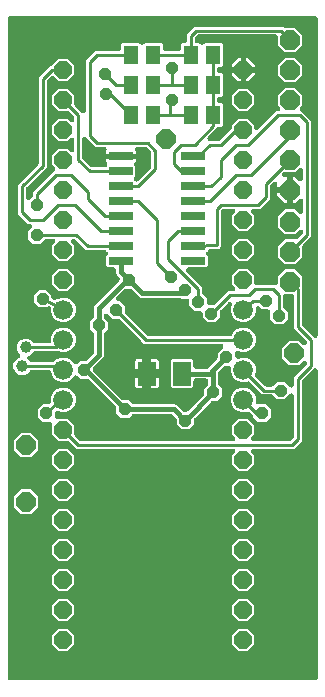
<source format=gbr>
G04 EAGLE Gerber RS-274X export*
G75*
%MOMM*%
%FSLAX34Y34*%
%LPD*%
%INBottom Copper*%
%IPPOS*%
%AMOC8*
5,1,8,0,0,1.08239X$1,22.5*%
G01*
%ADD10R,1.500000X2.000000*%
%ADD11P,1.787026X8X22.500000*%
%ADD12P,1.567084X8X202.500000*%
%ADD13C,1.676400*%
%ADD14R,2.032000X0.660400*%
%ADD15R,1.300000X1.600000*%
%ADD16P,1.814519X8X22.500000*%
%ADD17P,1.814519X8X202.500000*%
%ADD18P,1.072216X8X22.500000*%
%ADD19C,0.406400*%
%ADD20C,1.066800*%
%ADD21C,0.254000*%
%ADD22C,0.208281*%
%ADD23C,0.990600*%

G36*
X264176Y3813D02*
X264176Y3813D01*
X264194Y3811D01*
X264376Y3832D01*
X264559Y3851D01*
X264576Y3856D01*
X264593Y3858D01*
X264768Y3915D01*
X264944Y3969D01*
X264959Y3977D01*
X264976Y3983D01*
X265136Y4073D01*
X265298Y4161D01*
X265311Y4172D01*
X265327Y4181D01*
X265466Y4301D01*
X265607Y4418D01*
X265618Y4432D01*
X265632Y4444D01*
X265744Y4589D01*
X265859Y4732D01*
X265867Y4748D01*
X265878Y4762D01*
X265960Y4927D01*
X266045Y5089D01*
X266050Y5106D01*
X266058Y5122D01*
X266105Y5301D01*
X266156Y5476D01*
X266158Y5494D01*
X266162Y5511D01*
X266189Y5842D01*
X266189Y266140D01*
X266188Y266148D01*
X266189Y266157D01*
X266168Y266351D01*
X266149Y266540D01*
X266147Y266549D01*
X266146Y266558D01*
X266088Y266741D01*
X266031Y266925D01*
X266027Y266933D01*
X266024Y266942D01*
X265932Y267109D01*
X265839Y267279D01*
X265834Y267286D01*
X265829Y267294D01*
X265705Y267441D01*
X265582Y267588D01*
X265575Y267594D01*
X265569Y267601D01*
X265417Y267721D01*
X265268Y267841D01*
X265260Y267845D01*
X265253Y267850D01*
X265080Y267938D01*
X264911Y268026D01*
X264902Y268029D01*
X264894Y268033D01*
X264708Y268085D01*
X264524Y268138D01*
X264515Y268138D01*
X264506Y268141D01*
X264313Y268155D01*
X264122Y268171D01*
X264114Y268170D01*
X264105Y268170D01*
X263912Y268146D01*
X263723Y268124D01*
X263714Y268121D01*
X263705Y268120D01*
X263522Y268058D01*
X263340Y267999D01*
X263332Y267994D01*
X263324Y267992D01*
X263157Y267895D01*
X262989Y267801D01*
X262982Y267795D01*
X262975Y267791D01*
X262722Y267576D01*
X253135Y257989D01*
X253118Y257969D01*
X253098Y257951D01*
X252991Y257813D01*
X252880Y257678D01*
X252868Y257654D01*
X252851Y257633D01*
X252773Y257476D01*
X252691Y257322D01*
X252684Y257297D01*
X252672Y257273D01*
X252626Y257103D01*
X252577Y256936D01*
X252574Y256910D01*
X252567Y256884D01*
X252540Y256553D01*
X252540Y206594D01*
X245843Y199897D01*
X211819Y199897D01*
X211810Y199896D01*
X211801Y199897D01*
X211609Y199876D01*
X211418Y199857D01*
X211410Y199855D01*
X211401Y199854D01*
X211218Y199796D01*
X211033Y199739D01*
X211025Y199735D01*
X211017Y199732D01*
X210848Y199639D01*
X210679Y199547D01*
X210672Y199542D01*
X210665Y199537D01*
X210518Y199413D01*
X210370Y199290D01*
X210364Y199283D01*
X210358Y199277D01*
X210239Y199126D01*
X210118Y198976D01*
X210113Y198968D01*
X210108Y198961D01*
X210020Y198788D01*
X209932Y198619D01*
X209930Y198610D01*
X209926Y198602D01*
X209874Y198416D01*
X209821Y198232D01*
X209820Y198223D01*
X209818Y198214D01*
X209803Y198021D01*
X209788Y197830D01*
X209789Y197822D01*
X209788Y197813D01*
X209813Y197620D01*
X209835Y197431D01*
X209837Y197422D01*
X209839Y197413D01*
X209900Y197230D01*
X209960Y197048D01*
X209964Y197040D01*
X209967Y197032D01*
X210062Y196866D01*
X210157Y196697D01*
X210163Y196690D01*
X210168Y196683D01*
X210382Y196430D01*
X212472Y194340D01*
X212472Y186660D01*
X207040Y181228D01*
X199360Y181228D01*
X193928Y186660D01*
X193928Y194340D01*
X196018Y196430D01*
X196023Y196437D01*
X196030Y196442D01*
X196150Y196592D01*
X196273Y196741D01*
X196277Y196749D01*
X196282Y196756D01*
X196371Y196926D01*
X196461Y197097D01*
X196464Y197106D01*
X196468Y197113D01*
X196521Y197298D01*
X196576Y197483D01*
X196577Y197492D01*
X196579Y197500D01*
X196595Y197691D01*
X196612Y197884D01*
X196611Y197893D01*
X196612Y197902D01*
X196590Y198091D01*
X196569Y198284D01*
X196566Y198293D01*
X196565Y198301D01*
X196506Y198483D01*
X196448Y198668D01*
X196443Y198676D01*
X196440Y198684D01*
X196346Y198851D01*
X196253Y199020D01*
X196247Y199027D01*
X196243Y199035D01*
X196117Y199181D01*
X195992Y199327D01*
X195985Y199333D01*
X195979Y199340D01*
X195828Y199457D01*
X195676Y199577D01*
X195668Y199581D01*
X195661Y199586D01*
X195489Y199672D01*
X195317Y199759D01*
X195309Y199762D01*
X195301Y199766D01*
X195115Y199816D01*
X194929Y199867D01*
X194921Y199868D01*
X194912Y199870D01*
X194581Y199897D01*
X62132Y199897D01*
X55996Y206033D01*
X55975Y206050D01*
X55958Y206071D01*
X55820Y206178D01*
X55684Y206288D01*
X55661Y206301D01*
X55640Y206317D01*
X55483Y206395D01*
X55329Y206477D01*
X55303Y206485D01*
X55279Y206497D01*
X55110Y206542D01*
X54943Y206592D01*
X54916Y206594D01*
X54890Y206601D01*
X54560Y206628D01*
X46960Y206628D01*
X41528Y212060D01*
X41528Y220130D01*
X41572Y220279D01*
X41573Y220288D01*
X41576Y220297D01*
X41591Y220487D01*
X41609Y220680D01*
X41608Y220689D01*
X41609Y220698D01*
X41586Y220888D01*
X41566Y221080D01*
X41563Y221089D01*
X41562Y221098D01*
X41502Y221282D01*
X41444Y221464D01*
X41440Y221472D01*
X41437Y221481D01*
X41342Y221650D01*
X41249Y221816D01*
X41244Y221823D01*
X41239Y221831D01*
X41113Y221977D01*
X40989Y222123D01*
X40982Y222129D01*
X40976Y222136D01*
X40824Y222254D01*
X40673Y222373D01*
X40665Y222377D01*
X40658Y222383D01*
X40485Y222468D01*
X40314Y222556D01*
X40305Y222558D01*
X40297Y222562D01*
X40111Y222612D01*
X39926Y222664D01*
X39917Y222664D01*
X39908Y222667D01*
X39578Y222694D01*
X33409Y222694D01*
X29019Y227084D01*
X29019Y233291D01*
X33409Y237681D01*
X38354Y237681D01*
X38372Y237683D01*
X38390Y237682D01*
X38572Y237703D01*
X38755Y237721D01*
X38772Y237726D01*
X38789Y237728D01*
X38964Y237785D01*
X39140Y237839D01*
X39155Y237848D01*
X39172Y237853D01*
X39332Y237944D01*
X39494Y238031D01*
X39507Y238042D01*
X39523Y238051D01*
X39662Y238171D01*
X39803Y238289D01*
X39814Y238303D01*
X39828Y238314D01*
X39940Y238459D01*
X40055Y238603D01*
X40063Y238618D01*
X40074Y238632D01*
X40156Y238797D01*
X40241Y238960D01*
X40246Y238977D01*
X40254Y238993D01*
X40301Y239171D01*
X40352Y239347D01*
X40354Y239365D01*
X40358Y239382D01*
X40385Y239712D01*
X40385Y243372D01*
X41971Y247199D01*
X44901Y250129D01*
X48728Y251715D01*
X52872Y251715D01*
X56699Y250129D01*
X59629Y247199D01*
X61215Y243372D01*
X61215Y239228D01*
X59629Y235401D01*
X56699Y232471D01*
X52872Y230885D01*
X48728Y230885D01*
X46815Y231678D01*
X46802Y231682D01*
X46790Y231688D01*
X46610Y231740D01*
X46429Y231794D01*
X46416Y231796D01*
X46403Y231799D01*
X46216Y231815D01*
X46029Y231832D01*
X46015Y231831D01*
X46002Y231832D01*
X45814Y231810D01*
X45628Y231791D01*
X45615Y231787D01*
X45602Y231785D01*
X45423Y231727D01*
X45244Y231671D01*
X45232Y231665D01*
X45219Y231660D01*
X45055Y231568D01*
X44891Y231478D01*
X44880Y231469D01*
X44869Y231463D01*
X44726Y231340D01*
X44582Y231219D01*
X44574Y231208D01*
X44564Y231199D01*
X44449Y231051D01*
X44331Y230904D01*
X44325Y230892D01*
X44317Y230881D01*
X44233Y230713D01*
X44148Y230546D01*
X44144Y230533D01*
X44138Y230521D01*
X44089Y230338D01*
X44038Y230158D01*
X44037Y230145D01*
X44033Y230132D01*
X44006Y229801D01*
X44006Y227122D01*
X44007Y227113D01*
X44006Y227104D01*
X44027Y226913D01*
X44046Y226722D01*
X44049Y226713D01*
X44050Y226704D01*
X44108Y226520D01*
X44164Y226337D01*
X44169Y226329D01*
X44171Y226320D01*
X44265Y226151D01*
X44356Y225983D01*
X44362Y225976D01*
X44366Y225968D01*
X44492Y225820D01*
X44614Y225673D01*
X44621Y225668D01*
X44627Y225661D01*
X44778Y225541D01*
X44928Y225421D01*
X44936Y225417D01*
X44943Y225411D01*
X45114Y225324D01*
X45285Y225236D01*
X45294Y225233D01*
X45302Y225229D01*
X45487Y225177D01*
X45672Y225124D01*
X45681Y225123D01*
X45690Y225121D01*
X45881Y225107D01*
X46073Y225091D01*
X46082Y225092D01*
X46091Y225092D01*
X46282Y225116D01*
X46473Y225138D01*
X46482Y225141D01*
X46491Y225142D01*
X46578Y225172D01*
X54640Y225172D01*
X60072Y219740D01*
X60072Y212140D01*
X60074Y212114D01*
X60072Y212087D01*
X60094Y211913D01*
X60112Y211740D01*
X60119Y211714D01*
X60123Y211688D01*
X60178Y211522D01*
X60230Y211355D01*
X60243Y211331D01*
X60251Y211306D01*
X60338Y211154D01*
X60422Y211001D01*
X60439Y210980D01*
X60452Y210957D01*
X60667Y210704D01*
X64273Y207098D01*
X64294Y207081D01*
X64311Y207060D01*
X64449Y206953D01*
X64585Y206843D01*
X64608Y206830D01*
X64629Y206814D01*
X64786Y206736D01*
X64940Y206654D01*
X64966Y206646D01*
X64990Y206634D01*
X65159Y206589D01*
X65326Y206539D01*
X65353Y206537D01*
X65379Y206530D01*
X65709Y206503D01*
X194581Y206503D01*
X194590Y206504D01*
X194599Y206503D01*
X194791Y206524D01*
X194982Y206543D01*
X194990Y206545D01*
X194999Y206546D01*
X195182Y206604D01*
X195367Y206661D01*
X195375Y206665D01*
X195383Y206668D01*
X195552Y206761D01*
X195721Y206853D01*
X195728Y206858D01*
X195735Y206863D01*
X195882Y206987D01*
X196030Y207110D01*
X196036Y207117D01*
X196042Y207123D01*
X196161Y207274D01*
X196282Y207424D01*
X196287Y207432D01*
X196292Y207439D01*
X196380Y207612D01*
X196468Y207781D01*
X196470Y207790D01*
X196474Y207798D01*
X196526Y207984D01*
X196579Y208168D01*
X196580Y208177D01*
X196582Y208186D01*
X196597Y208379D01*
X196612Y208570D01*
X196611Y208578D01*
X196612Y208587D01*
X196587Y208780D01*
X196565Y208969D01*
X196563Y208978D01*
X196561Y208987D01*
X196500Y209170D01*
X196440Y209352D01*
X196436Y209360D01*
X196433Y209368D01*
X196338Y209534D01*
X196243Y209703D01*
X196237Y209710D01*
X196232Y209717D01*
X196018Y209970D01*
X193928Y212060D01*
X193928Y219740D01*
X199360Y225172D01*
X207040Y225172D01*
X212472Y219740D01*
X212472Y212060D01*
X210382Y209970D01*
X210377Y209963D01*
X210370Y209958D01*
X210250Y209808D01*
X210127Y209659D01*
X210123Y209651D01*
X210118Y209644D01*
X210029Y209474D01*
X209939Y209303D01*
X209936Y209294D01*
X209932Y209287D01*
X209879Y209102D01*
X209824Y208917D01*
X209823Y208908D01*
X209821Y208900D01*
X209805Y208709D01*
X209788Y208516D01*
X209789Y208507D01*
X209788Y208498D01*
X209810Y208309D01*
X209831Y208116D01*
X209834Y208107D01*
X209835Y208099D01*
X209894Y207917D01*
X209952Y207732D01*
X209957Y207724D01*
X209960Y207716D01*
X210055Y207547D01*
X210147Y207380D01*
X210153Y207373D01*
X210157Y207365D01*
X210283Y207219D01*
X210408Y207073D01*
X210415Y207067D01*
X210421Y207060D01*
X210572Y206943D01*
X210724Y206823D01*
X210732Y206819D01*
X210739Y206814D01*
X210911Y206728D01*
X211083Y206641D01*
X211091Y206638D01*
X211099Y206634D01*
X211285Y206584D01*
X211471Y206533D01*
X211479Y206532D01*
X211488Y206530D01*
X211819Y206503D01*
X242266Y206503D01*
X242292Y206505D01*
X242319Y206503D01*
X242493Y206525D01*
X242666Y206543D01*
X242692Y206550D01*
X242718Y206554D01*
X242884Y206609D01*
X243051Y206661D01*
X243075Y206674D01*
X243100Y206682D01*
X243252Y206769D01*
X243405Y206853D01*
X243426Y206870D01*
X243449Y206883D01*
X243702Y207098D01*
X245340Y208736D01*
X245357Y208756D01*
X245377Y208774D01*
X245484Y208912D01*
X245595Y209047D01*
X245607Y209071D01*
X245624Y209092D01*
X245702Y209249D01*
X245784Y209403D01*
X245791Y209428D01*
X245803Y209452D01*
X245849Y209622D01*
X245898Y209789D01*
X245901Y209815D01*
X245908Y209841D01*
X245935Y210172D01*
X245935Y244721D01*
X245934Y244730D01*
X245935Y244738D01*
X245914Y244930D01*
X245895Y245121D01*
X245892Y245130D01*
X245891Y245139D01*
X245834Y245321D01*
X245777Y245506D01*
X245772Y245514D01*
X245770Y245523D01*
X245677Y245691D01*
X245585Y245860D01*
X245579Y245867D01*
X245575Y245875D01*
X245450Y246022D01*
X245327Y246170D01*
X245320Y246175D01*
X245314Y246182D01*
X245164Y246301D01*
X245013Y246422D01*
X245006Y246426D01*
X244999Y246432D01*
X244826Y246519D01*
X244656Y246607D01*
X244648Y246610D01*
X244640Y246614D01*
X244453Y246666D01*
X244269Y246719D01*
X244260Y246719D01*
X244252Y246722D01*
X244059Y246736D01*
X243868Y246752D01*
X243859Y246751D01*
X243850Y246751D01*
X243658Y246727D01*
X243468Y246705D01*
X243460Y246702D01*
X243451Y246701D01*
X243267Y246639D01*
X243085Y246580D01*
X243077Y246575D01*
X243069Y246573D01*
X242902Y246477D01*
X242735Y246382D01*
X242728Y246376D01*
X242720Y246372D01*
X242467Y246157D01*
X238054Y241744D01*
X231846Y241744D01*
X228250Y245340D01*
X228229Y245357D01*
X228212Y245377D01*
X228074Y245484D01*
X227938Y245595D01*
X227915Y245607D01*
X227894Y245624D01*
X227737Y245702D01*
X227583Y245784D01*
X227557Y245791D01*
X227533Y245803D01*
X227364Y245849D01*
X227197Y245898D01*
X227170Y245901D01*
X227144Y245908D01*
X226814Y245935D01*
X219294Y245935D01*
X208828Y256401D01*
X208811Y256415D01*
X208796Y256432D01*
X208655Y256543D01*
X208517Y256656D01*
X208497Y256667D01*
X208479Y256680D01*
X208319Y256761D01*
X208161Y256845D01*
X208140Y256851D01*
X208120Y256861D01*
X207946Y256909D01*
X207775Y256960D01*
X207753Y256962D01*
X207731Y256968D01*
X207552Y256980D01*
X207374Y256996D01*
X207352Y256994D01*
X207330Y256995D01*
X207152Y256972D01*
X206974Y256953D01*
X206952Y256946D01*
X206930Y256943D01*
X206614Y256841D01*
X205272Y256285D01*
X201128Y256285D01*
X197301Y257871D01*
X194371Y260801D01*
X192785Y264628D01*
X192785Y268288D01*
X192783Y268305D01*
X192785Y268323D01*
X192764Y268505D01*
X192745Y268688D01*
X192740Y268705D01*
X192738Y268723D01*
X192681Y268897D01*
X192627Y269073D01*
X192619Y269089D01*
X192613Y269106D01*
X192523Y269266D01*
X192435Y269427D01*
X192424Y269441D01*
X192415Y269456D01*
X192295Y269596D01*
X192178Y269736D01*
X192164Y269748D01*
X192152Y269761D01*
X192007Y269874D01*
X191864Y269989D01*
X191848Y269997D01*
X191834Y270008D01*
X191669Y270090D01*
X191507Y270174D01*
X191490Y270179D01*
X191474Y270187D01*
X191295Y270235D01*
X191120Y270286D01*
X191102Y270287D01*
X191085Y270292D01*
X190754Y270319D01*
X188009Y270319D01*
X187982Y270316D01*
X187955Y270318D01*
X187781Y270296D01*
X187608Y270279D01*
X187582Y270271D01*
X187556Y270268D01*
X187390Y270212D01*
X187223Y270161D01*
X187199Y270148D01*
X187174Y270139D01*
X187022Y270052D01*
X186869Y269969D01*
X186849Y269952D01*
X186825Y269939D01*
X186572Y269724D01*
X182460Y265611D01*
X182443Y265591D01*
X182422Y265573D01*
X182315Y265435D01*
X182205Y265300D01*
X182192Y265276D01*
X182176Y265255D01*
X182098Y265098D01*
X182016Y264944D01*
X182008Y264919D01*
X181996Y264894D01*
X181951Y264725D01*
X181901Y264558D01*
X181899Y264532D01*
X181892Y264506D01*
X181865Y264175D01*
X181865Y255024D01*
X181867Y254998D01*
X181865Y254971D01*
X181887Y254797D01*
X181905Y254624D01*
X181912Y254598D01*
X181916Y254572D01*
X181972Y254406D01*
X182023Y254239D01*
X182036Y254215D01*
X182044Y254190D01*
X182131Y254038D01*
X182215Y253885D01*
X182232Y253864D01*
X182245Y253841D01*
X182460Y253588D01*
X185294Y250754D01*
X185294Y244546D01*
X180904Y240156D01*
X176952Y240156D01*
X176920Y240153D01*
X176888Y240155D01*
X176719Y240133D01*
X176551Y240116D01*
X176520Y240107D01*
X176488Y240103D01*
X176328Y240048D01*
X176166Y239998D01*
X176138Y239983D01*
X176107Y239972D01*
X175961Y239887D01*
X175812Y239806D01*
X175787Y239786D01*
X175760Y239770D01*
X175508Y239554D01*
X162322Y226226D01*
X162309Y226210D01*
X162293Y226196D01*
X162183Y226054D01*
X162069Y225913D01*
X162059Y225894D01*
X162046Y225878D01*
X161966Y225717D01*
X161882Y225557D01*
X161876Y225536D01*
X161867Y225517D01*
X161820Y225343D01*
X161770Y225170D01*
X161768Y225149D01*
X161762Y225128D01*
X161735Y224798D01*
X161735Y220734D01*
X157345Y216344D01*
X151138Y216344D01*
X146748Y220734D01*
X146748Y224605D01*
X146744Y224645D01*
X146746Y224685D01*
X146724Y224846D01*
X146708Y225006D01*
X146696Y225044D01*
X146691Y225084D01*
X146637Y225237D01*
X146590Y225391D01*
X146571Y225426D01*
X146557Y225464D01*
X146475Y225603D01*
X146398Y225745D01*
X146372Y225776D01*
X146352Y225810D01*
X146161Y226029D01*
X146140Y226054D01*
X146137Y226057D01*
X146134Y226060D01*
X143402Y228722D01*
X143391Y228730D01*
X143382Y228740D01*
X143234Y228855D01*
X143087Y228973D01*
X143075Y228979D01*
X143064Y228987D01*
X142896Y229071D01*
X142729Y229156D01*
X142716Y229160D01*
X142704Y229166D01*
X142522Y229215D01*
X142341Y229266D01*
X142328Y229267D01*
X142315Y229271D01*
X141984Y229298D01*
X110562Y229298D01*
X110535Y229295D01*
X110509Y229297D01*
X110335Y229275D01*
X110161Y229258D01*
X110136Y229250D01*
X110109Y229247D01*
X109943Y229191D01*
X109776Y229140D01*
X109753Y229127D01*
X109727Y229118D01*
X109576Y229031D01*
X109422Y228948D01*
X109402Y228931D01*
X109379Y228918D01*
X109126Y228703D01*
X106291Y225869D01*
X100084Y225869D01*
X95694Y230259D01*
X95694Y234266D01*
X95691Y234293D01*
X95693Y234320D01*
X95671Y234494D01*
X95654Y234667D01*
X95646Y234693D01*
X95643Y234719D01*
X95587Y234885D01*
X95536Y235052D01*
X95523Y235076D01*
X95514Y235101D01*
X95427Y235253D01*
X95344Y235406D01*
X95327Y235426D01*
X95314Y235450D01*
X95099Y235703D01*
X72190Y258611D01*
X72170Y258628D01*
X72152Y258649D01*
X72014Y258756D01*
X71879Y258866D01*
X71855Y258879D01*
X71834Y258895D01*
X71677Y258973D01*
X71523Y259055D01*
X71498Y259063D01*
X71473Y259075D01*
X71304Y259120D01*
X71137Y259170D01*
X71111Y259172D01*
X71085Y259179D01*
X70754Y259206D01*
X65159Y259206D01*
X62931Y261433D01*
X62921Y261442D01*
X62912Y261452D01*
X62765Y261569D01*
X62620Y261689D01*
X62608Y261695D01*
X62597Y261703D01*
X62430Y261789D01*
X62264Y261877D01*
X62251Y261881D01*
X62239Y261887D01*
X62058Y261938D01*
X61878Y261992D01*
X61865Y261993D01*
X61852Y261997D01*
X61666Y262011D01*
X61477Y262028D01*
X61464Y262027D01*
X61450Y262028D01*
X61265Y262005D01*
X61077Y261985D01*
X61064Y261981D01*
X61051Y261979D01*
X60873Y261920D01*
X60693Y261863D01*
X60681Y261857D01*
X60669Y261853D01*
X60505Y261760D01*
X60341Y261669D01*
X60331Y261660D01*
X60319Y261653D01*
X60177Y261530D01*
X60034Y261408D01*
X60025Y261398D01*
X60015Y261389D01*
X59901Y261240D01*
X59784Y261092D01*
X59778Y261080D01*
X59770Y261070D01*
X59634Y260806D01*
X56699Y257871D01*
X55947Y257559D01*
X55946Y257559D01*
X52872Y256285D01*
X48728Y256285D01*
X44901Y257871D01*
X41971Y260801D01*
X40376Y264650D01*
X40364Y264759D01*
X40345Y264942D01*
X40340Y264959D01*
X40338Y264976D01*
X40281Y265151D01*
X40227Y265327D01*
X40219Y265342D01*
X40213Y265359D01*
X40123Y265519D01*
X40035Y265681D01*
X40024Y265694D01*
X40015Y265710D01*
X39895Y265849D01*
X39778Y265990D01*
X39764Y266001D01*
X39752Y266015D01*
X39607Y266127D01*
X39464Y266242D01*
X39448Y266250D01*
X39434Y266261D01*
X39269Y266343D01*
X39107Y266428D01*
X39090Y266433D01*
X39074Y266441D01*
X38895Y266488D01*
X38720Y266539D01*
X38702Y266541D01*
X38685Y266545D01*
X38354Y266572D01*
X23975Y266572D01*
X23953Y266570D01*
X23931Y266572D01*
X23753Y266550D01*
X23575Y266532D01*
X23553Y266526D01*
X23531Y266523D01*
X23361Y266467D01*
X23190Y266414D01*
X23170Y266404D01*
X23149Y266397D01*
X22993Y266308D01*
X22836Y266222D01*
X22819Y266208D01*
X22799Y266197D01*
X22664Y266079D01*
X22527Y265965D01*
X22513Y265947D01*
X22496Y265933D01*
X22387Y265791D01*
X22379Y265781D01*
X20120Y263522D01*
X17366Y262381D01*
X14384Y262381D01*
X11630Y263522D01*
X9522Y265630D01*
X8381Y268384D01*
X8381Y271366D01*
X9522Y274120D01*
X11630Y276228D01*
X13308Y276923D01*
X13319Y276929D01*
X13332Y276933D01*
X13496Y277024D01*
X13662Y277113D01*
X13673Y277121D01*
X13685Y277128D01*
X13827Y277249D01*
X13973Y277369D01*
X13981Y277380D01*
X13992Y277388D01*
X14108Y277536D01*
X14227Y277682D01*
X14233Y277694D01*
X14241Y277704D01*
X14326Y277871D01*
X14414Y278038D01*
X14417Y278051D01*
X14423Y278063D01*
X14474Y278245D01*
X14527Y278425D01*
X14528Y278438D01*
X14531Y278451D01*
X14545Y278640D01*
X14561Y278826D01*
X14560Y278839D01*
X14561Y278853D01*
X14537Y279040D01*
X14516Y279226D01*
X14512Y279239D01*
X14510Y279252D01*
X14451Y279430D01*
X14393Y279609D01*
X14386Y279621D01*
X14382Y279634D01*
X14288Y279797D01*
X14197Y279961D01*
X14188Y279971D01*
X14181Y279983D01*
X13967Y280236D01*
X12697Y281505D01*
X11556Y284259D01*
X11556Y287241D01*
X12697Y289995D01*
X14805Y292103D01*
X15537Y292406D01*
X15538Y292406D01*
X17559Y293244D01*
X20541Y293244D01*
X23295Y292103D01*
X25530Y289867D01*
X25606Y289780D01*
X25720Y289642D01*
X25738Y289627D01*
X25752Y289610D01*
X25893Y289501D01*
X26033Y289388D01*
X26053Y289377D01*
X26070Y289364D01*
X26230Y289284D01*
X26389Y289201D01*
X26411Y289194D01*
X26431Y289184D01*
X26604Y289138D01*
X26776Y289088D01*
X26798Y289086D01*
X26820Y289080D01*
X27150Y289053D01*
X38354Y289053D01*
X38372Y289055D01*
X38390Y289053D01*
X38572Y289074D01*
X38755Y289093D01*
X38772Y289098D01*
X38789Y289100D01*
X38964Y289157D01*
X39140Y289211D01*
X39155Y289219D01*
X39172Y289225D01*
X39332Y289315D01*
X39494Y289403D01*
X39507Y289414D01*
X39523Y289423D01*
X39661Y289542D01*
X39803Y289660D01*
X39814Y289674D01*
X39828Y289686D01*
X39940Y289831D01*
X40055Y289974D01*
X40063Y289990D01*
X40074Y290004D01*
X40156Y290169D01*
X40241Y290331D01*
X40246Y290348D01*
X40254Y290364D01*
X40301Y290543D01*
X40352Y290718D01*
X40354Y290736D01*
X40358Y290753D01*
X40385Y291084D01*
X40385Y294172D01*
X41971Y297999D01*
X44901Y300929D01*
X48728Y302515D01*
X52872Y302515D01*
X56699Y300929D01*
X59629Y297999D01*
X61215Y294172D01*
X61215Y290028D01*
X59629Y286201D01*
X56699Y283271D01*
X52872Y281685D01*
X48728Y281685D01*
X47262Y282293D01*
X47232Y282302D01*
X47204Y282316D01*
X47040Y282360D01*
X46877Y282409D01*
X46846Y282412D01*
X46815Y282420D01*
X46485Y282447D01*
X27150Y282447D01*
X27128Y282445D01*
X27106Y282447D01*
X26928Y282425D01*
X26750Y282407D01*
X26728Y282401D01*
X26706Y282398D01*
X26536Y282342D01*
X26365Y282289D01*
X26345Y282279D01*
X26324Y282272D01*
X26168Y282183D01*
X26011Y282097D01*
X25994Y282083D01*
X25974Y282072D01*
X25839Y281954D01*
X25702Y281840D01*
X25688Y281822D01*
X25671Y281808D01*
X25562Y281666D01*
X25554Y281656D01*
X23295Y279397D01*
X21617Y278702D01*
X21606Y278696D01*
X21593Y278692D01*
X21428Y278601D01*
X21263Y278512D01*
X21252Y278504D01*
X21240Y278497D01*
X21096Y278375D01*
X20952Y278256D01*
X20944Y278245D01*
X20933Y278237D01*
X20816Y278088D01*
X20698Y277943D01*
X20692Y277931D01*
X20684Y277921D01*
X20599Y277753D01*
X20511Y277587D01*
X20508Y277574D01*
X20502Y277562D01*
X20451Y277381D01*
X20398Y277200D01*
X20397Y277187D01*
X20394Y277174D01*
X20380Y276985D01*
X20364Y276799D01*
X20365Y276786D01*
X20364Y276772D01*
X20388Y276584D01*
X20409Y276399D01*
X20413Y276386D01*
X20415Y276373D01*
X20474Y276195D01*
X20532Y276016D01*
X20539Y276004D01*
X20543Y275991D01*
X20636Y275829D01*
X20728Y275664D01*
X20737Y275654D01*
X20744Y275642D01*
X20958Y275389D01*
X22355Y273993D01*
X22431Y273905D01*
X22545Y273767D01*
X22563Y273752D01*
X22577Y273735D01*
X22718Y273626D01*
X22858Y273513D01*
X22878Y273502D01*
X22895Y273489D01*
X23055Y273409D01*
X23214Y273326D01*
X23236Y273319D01*
X23256Y273309D01*
X23429Y273263D01*
X23601Y273213D01*
X23623Y273211D01*
X23645Y273205D01*
X23975Y273178D01*
X41708Y273178D01*
X41734Y273180D01*
X41761Y273178D01*
X41935Y273200D01*
X42108Y273218D01*
X42134Y273225D01*
X42160Y273229D01*
X42326Y273284D01*
X42493Y273336D01*
X42517Y273349D01*
X42542Y273357D01*
X42694Y273444D01*
X42847Y273528D01*
X42868Y273545D01*
X42891Y273558D01*
X43144Y273773D01*
X44901Y275529D01*
X48728Y277115D01*
X52872Y277115D01*
X56699Y275529D01*
X59630Y272599D01*
X59720Y272436D01*
X59809Y272271D01*
X59817Y272260D01*
X59824Y272249D01*
X59945Y272105D01*
X60065Y271960D01*
X60075Y271952D01*
X60084Y271942D01*
X60231Y271825D01*
X60378Y271707D01*
X60389Y271700D01*
X60400Y271692D01*
X60568Y271607D01*
X60734Y271520D01*
X60747Y271516D01*
X60759Y271510D01*
X60941Y271459D01*
X61120Y271406D01*
X61134Y271405D01*
X61147Y271402D01*
X61336Y271388D01*
X61522Y271372D01*
X61535Y271373D01*
X61548Y271372D01*
X61736Y271396D01*
X61922Y271417D01*
X61934Y271421D01*
X61948Y271423D01*
X62127Y271483D01*
X62305Y271540D01*
X62317Y271547D01*
X62329Y271551D01*
X62492Y271645D01*
X62656Y271736D01*
X62667Y271745D01*
X62678Y271752D01*
X62931Y271967D01*
X65159Y274194D01*
X69166Y274194D01*
X69193Y274196D01*
X69220Y274194D01*
X69394Y274216D01*
X69567Y274234D01*
X69593Y274241D01*
X69619Y274245D01*
X69785Y274300D01*
X69952Y274352D01*
X69976Y274365D01*
X70001Y274373D01*
X70153Y274460D01*
X70306Y274544D01*
X70326Y274561D01*
X70350Y274574D01*
X70603Y274789D01*
X76303Y280489D01*
X76320Y280509D01*
X76340Y280527D01*
X76447Y280665D01*
X76558Y280800D01*
X76570Y280824D01*
X76587Y280845D01*
X76665Y281002D01*
X76747Y281156D01*
X76754Y281181D01*
X76766Y281206D01*
X76812Y281375D01*
X76861Y281542D01*
X76864Y281568D01*
X76871Y281594D01*
X76898Y281925D01*
X76898Y296918D01*
X76895Y296944D01*
X76897Y296971D01*
X76875Y297145D01*
X76858Y297318D01*
X76850Y297344D01*
X76847Y297370D01*
X76791Y297536D01*
X76740Y297703D01*
X76727Y297727D01*
X76718Y297752D01*
X76631Y297904D01*
X76548Y298057D01*
X76531Y298078D01*
X76518Y298101D01*
X76303Y298354D01*
X73469Y301188D01*
X73469Y307396D01*
X76303Y310230D01*
X76320Y310251D01*
X76340Y310268D01*
X76447Y310406D01*
X76558Y310542D01*
X76570Y310565D01*
X76587Y310586D01*
X76665Y310743D01*
X76747Y310897D01*
X76754Y310923D01*
X76766Y310947D01*
X76812Y311116D01*
X76861Y311283D01*
X76864Y311310D01*
X76871Y311336D01*
X76898Y311666D01*
X76898Y319896D01*
X77517Y321390D01*
X78946Y322819D01*
X98020Y341893D01*
X98037Y341914D01*
X98057Y341931D01*
X98164Y342069D01*
X98275Y342205D01*
X98287Y342228D01*
X98304Y342250D01*
X98382Y342406D01*
X98464Y342560D01*
X98471Y342586D01*
X98483Y342610D01*
X98529Y342779D01*
X98578Y342946D01*
X98581Y342973D01*
X98588Y342999D01*
X98615Y343330D01*
X98615Y344001D01*
X98614Y344009D01*
X98615Y344016D01*
X98594Y344210D01*
X98575Y344402D01*
X98573Y344409D01*
X98572Y344417D01*
X98514Y344602D01*
X98457Y344787D01*
X98453Y344793D01*
X98451Y344801D01*
X98358Y344969D01*
X98265Y345141D01*
X98260Y345147D01*
X98256Y345153D01*
X98046Y345410D01*
X96553Y346960D01*
X96540Y346971D01*
X96527Y346987D01*
X95967Y347547D01*
X95678Y348283D01*
X95670Y348298D01*
X95664Y348319D01*
X95361Y349049D01*
X95376Y349841D01*
X95375Y349858D01*
X95376Y349879D01*
X95376Y351409D01*
X95374Y351427D01*
X95376Y351445D01*
X95355Y351627D01*
X95336Y351810D01*
X95331Y351827D01*
X95329Y351844D01*
X95272Y352019D01*
X95218Y352195D01*
X95210Y352210D01*
X95204Y352227D01*
X95114Y352387D01*
X95026Y352549D01*
X95015Y352562D01*
X95006Y352578D01*
X94886Y352717D01*
X94769Y352858D01*
X94755Y352869D01*
X94743Y352883D01*
X94598Y352995D01*
X94455Y353110D01*
X94439Y353118D01*
X94425Y353129D01*
X94260Y353211D01*
X94098Y353296D01*
X94081Y353301D01*
X94065Y353309D01*
X93886Y353356D01*
X93711Y353407D01*
X93693Y353409D01*
X93676Y353413D01*
X93345Y353440D01*
X88439Y353440D01*
X87248Y354631D01*
X87248Y362919D01*
X88018Y363689D01*
X88029Y363702D01*
X88043Y363714D01*
X88157Y363859D01*
X88273Y364000D01*
X88281Y364016D01*
X88292Y364030D01*
X88376Y364194D01*
X88462Y364356D01*
X88467Y364373D01*
X88475Y364389D01*
X88524Y364566D01*
X88576Y364742D01*
X88578Y364760D01*
X88583Y364777D01*
X88596Y364960D01*
X88613Y365143D01*
X88611Y365161D01*
X88612Y365178D01*
X88589Y365360D01*
X88569Y365543D01*
X88564Y365560D01*
X88562Y365578D01*
X88504Y365751D01*
X88448Y365927D01*
X88439Y365943D01*
X88434Y365959D01*
X88342Y366118D01*
X88253Y366279D01*
X88242Y366293D01*
X88233Y366308D01*
X88018Y366561D01*
X87002Y367577D01*
X86981Y367594D01*
X86964Y367615D01*
X86826Y367722D01*
X86690Y367832D01*
X86667Y367845D01*
X86646Y367861D01*
X86489Y367939D01*
X86335Y368021D01*
X86309Y368029D01*
X86285Y368041D01*
X86116Y368086D01*
X85949Y368136D01*
X85922Y368138D01*
X85896Y368145D01*
X85566Y368172D01*
X70069Y368172D01*
X61139Y377102D01*
X61119Y377119D01*
X61101Y377140D01*
X60963Y377247D01*
X60828Y377357D01*
X60804Y377370D01*
X60783Y377386D01*
X60626Y377464D01*
X60472Y377546D01*
X60447Y377554D01*
X60423Y377566D01*
X60253Y377611D01*
X60086Y377661D01*
X60060Y377663D01*
X60034Y377670D01*
X59703Y377697D01*
X59419Y377697D01*
X59410Y377696D01*
X59401Y377697D01*
X59209Y377676D01*
X59018Y377657D01*
X59010Y377655D01*
X59001Y377654D01*
X58818Y377596D01*
X58633Y377539D01*
X58625Y377535D01*
X58617Y377532D01*
X58448Y377439D01*
X58279Y377347D01*
X58272Y377342D01*
X58265Y377337D01*
X58118Y377213D01*
X57970Y377090D01*
X57964Y377083D01*
X57958Y377077D01*
X57839Y376926D01*
X57718Y376776D01*
X57713Y376768D01*
X57708Y376761D01*
X57620Y376588D01*
X57532Y376419D01*
X57530Y376410D01*
X57526Y376402D01*
X57474Y376216D01*
X57421Y376032D01*
X57420Y376023D01*
X57418Y376014D01*
X57403Y375821D01*
X57388Y375630D01*
X57389Y375622D01*
X57388Y375613D01*
X57413Y375420D01*
X57435Y375231D01*
X57437Y375222D01*
X57439Y375213D01*
X57500Y375030D01*
X57560Y374848D01*
X57564Y374840D01*
X57567Y374832D01*
X57662Y374666D01*
X57757Y374497D01*
X57763Y374490D01*
X57768Y374483D01*
X57982Y374230D01*
X60072Y372140D01*
X60072Y364460D01*
X54640Y359028D01*
X46960Y359028D01*
X41528Y364460D01*
X41528Y372140D01*
X43618Y374230D01*
X43623Y374237D01*
X43630Y374242D01*
X43750Y374392D01*
X43873Y374541D01*
X43877Y374549D01*
X43882Y374556D01*
X43971Y374726D01*
X44061Y374897D01*
X44064Y374906D01*
X44068Y374913D01*
X44121Y375098D01*
X44176Y375283D01*
X44177Y375292D01*
X44179Y375300D01*
X44195Y375490D01*
X44212Y375684D01*
X44211Y375693D01*
X44212Y375702D01*
X44190Y375891D01*
X44169Y376084D01*
X44166Y376093D01*
X44165Y376101D01*
X44106Y376283D01*
X44048Y376468D01*
X44043Y376476D01*
X44040Y376484D01*
X43945Y376653D01*
X43853Y376820D01*
X43847Y376827D01*
X43843Y376835D01*
X43717Y376981D01*
X43592Y377127D01*
X43585Y377133D01*
X43579Y377140D01*
X43428Y377257D01*
X43276Y377377D01*
X43268Y377381D01*
X43261Y377386D01*
X43089Y377472D01*
X42917Y377559D01*
X42909Y377562D01*
X42901Y377566D01*
X42715Y377616D01*
X42529Y377667D01*
X42521Y377668D01*
X42512Y377670D01*
X42181Y377697D01*
X36711Y377697D01*
X36685Y377695D01*
X36658Y377697D01*
X36484Y377675D01*
X36311Y377657D01*
X36285Y377650D01*
X36259Y377646D01*
X36093Y377591D01*
X35926Y377539D01*
X35902Y377526D01*
X35877Y377518D01*
X35725Y377431D01*
X35572Y377347D01*
X35551Y377330D01*
X35528Y377317D01*
X35275Y377102D01*
X31679Y373506D01*
X25471Y373506D01*
X21081Y377896D01*
X21081Y384104D01*
X23907Y386930D01*
X23913Y386937D01*
X23920Y386942D01*
X24040Y387092D01*
X24162Y387241D01*
X24166Y387249D01*
X24172Y387256D01*
X24260Y387426D01*
X24351Y387597D01*
X24353Y387606D01*
X24357Y387613D01*
X24410Y387798D01*
X24465Y387983D01*
X24466Y387992D01*
X24469Y388000D01*
X24484Y388191D01*
X24502Y388384D01*
X24501Y388393D01*
X24502Y388402D01*
X24479Y388591D01*
X24458Y388784D01*
X24456Y388793D01*
X24455Y388801D01*
X24395Y388983D01*
X24337Y389168D01*
X24333Y389176D01*
X24330Y389184D01*
X24235Y389353D01*
X24142Y389520D01*
X24136Y389527D01*
X24132Y389535D01*
X24006Y389681D01*
X23882Y389827D01*
X23875Y389833D01*
X23869Y389840D01*
X23717Y389957D01*
X23566Y390077D01*
X23558Y390081D01*
X23551Y390086D01*
X23379Y390172D01*
X23207Y390259D01*
X23198Y390262D01*
X23190Y390266D01*
X23004Y390316D01*
X22819Y390367D01*
X22810Y390368D01*
X22801Y390370D01*
X22471Y390397D01*
X20857Y390397D01*
X12572Y398682D01*
X12572Y423643D01*
X29440Y440511D01*
X29457Y440531D01*
X29477Y440549D01*
X29584Y440687D01*
X29695Y440822D01*
X29707Y440846D01*
X29724Y440867D01*
X29802Y441024D01*
X29884Y441178D01*
X29891Y441203D01*
X29903Y441227D01*
X29949Y441397D01*
X29998Y441564D01*
X30001Y441590D01*
X30008Y441616D01*
X30035Y441947D01*
X30035Y514131D01*
X39907Y524003D01*
X40149Y524003D01*
X40176Y524005D01*
X40202Y524003D01*
X40376Y524025D01*
X40550Y524043D01*
X40575Y524050D01*
X40602Y524054D01*
X40768Y524109D01*
X40935Y524161D01*
X40958Y524174D01*
X40984Y524182D01*
X41135Y524269D01*
X41289Y524353D01*
X41309Y524370D01*
X41332Y524383D01*
X41585Y524598D01*
X46960Y529972D01*
X54640Y529972D01*
X60072Y524540D01*
X60072Y516860D01*
X54640Y511428D01*
X46960Y511428D01*
X43253Y515135D01*
X43239Y515146D01*
X43228Y515160D01*
X43084Y515273D01*
X42942Y515390D01*
X42926Y515398D01*
X42912Y515409D01*
X42748Y515493D01*
X42586Y515578D01*
X42569Y515583D01*
X42553Y515592D01*
X42376Y515641D01*
X42200Y515693D01*
X42182Y515695D01*
X42165Y515700D01*
X41982Y515713D01*
X41799Y515730D01*
X41781Y515728D01*
X41763Y515729D01*
X41581Y515706D01*
X41399Y515686D01*
X41382Y515681D01*
X41364Y515679D01*
X41190Y515620D01*
X41015Y515565D01*
X40999Y515556D01*
X40982Y515550D01*
X40823Y515458D01*
X40663Y515370D01*
X40649Y515358D01*
X40633Y515349D01*
X40380Y515135D01*
X37235Y511989D01*
X37218Y511969D01*
X37198Y511951D01*
X37091Y511813D01*
X36980Y511678D01*
X36968Y511654D01*
X36951Y511633D01*
X36874Y511477D01*
X36791Y511322D01*
X36784Y511297D01*
X36772Y511273D01*
X36726Y511104D01*
X36677Y510936D01*
X36674Y510910D01*
X36667Y510884D01*
X36640Y510553D01*
X36640Y438369D01*
X19773Y421502D01*
X19756Y421481D01*
X19735Y421464D01*
X19628Y421326D01*
X19518Y421190D01*
X19505Y421167D01*
X19489Y421146D01*
X19411Y420989D01*
X19329Y420835D01*
X19321Y420809D01*
X19309Y420785D01*
X19264Y420616D01*
X19214Y420449D01*
X19212Y420422D01*
X19205Y420396D01*
X19178Y420066D01*
X19178Y412504D01*
X19179Y412495D01*
X19178Y412487D01*
X19199Y412295D01*
X19218Y412104D01*
X19220Y412095D01*
X19221Y412086D01*
X19279Y411904D01*
X19336Y411719D01*
X19340Y411711D01*
X19343Y411702D01*
X19436Y411534D01*
X19528Y411365D01*
X19533Y411358D01*
X19538Y411350D01*
X19663Y411202D01*
X19785Y411055D01*
X19792Y411050D01*
X19798Y411043D01*
X19950Y410923D01*
X20099Y410803D01*
X20107Y410799D01*
X20114Y410793D01*
X20286Y410706D01*
X20456Y410618D01*
X20465Y410615D01*
X20473Y410611D01*
X20659Y410559D01*
X20843Y410506D01*
X20852Y410506D01*
X20861Y410503D01*
X21053Y410489D01*
X21245Y410473D01*
X21253Y410474D01*
X21262Y410474D01*
X21455Y410498D01*
X21644Y410520D01*
X21653Y410523D01*
X21662Y410524D01*
X21845Y410586D01*
X22027Y410645D01*
X22035Y410650D01*
X22043Y410652D01*
X22209Y410748D01*
X22378Y410843D01*
X22385Y410849D01*
X22392Y410853D01*
X22645Y411068D01*
X24677Y413100D01*
X24694Y413121D01*
X24715Y413138D01*
X24821Y413276D01*
X24932Y413412D01*
X24945Y413435D01*
X24961Y413456D01*
X25039Y413613D01*
X25121Y413767D01*
X25129Y413793D01*
X25141Y413817D01*
X25186Y413986D01*
X25236Y414153D01*
X25238Y414180D01*
X25245Y414206D01*
X25272Y414536D01*
X25272Y417293D01*
X40552Y432573D01*
X43647Y435668D01*
X43659Y435682D01*
X43672Y435693D01*
X43786Y435837D01*
X43902Y435979D01*
X43911Y435995D01*
X43922Y436009D01*
X44005Y436173D01*
X44091Y436335D01*
X44096Y436352D01*
X44104Y436368D01*
X44153Y436545D01*
X44206Y436721D01*
X44207Y436739D01*
X44212Y436756D01*
X44225Y436939D01*
X44242Y437122D01*
X44240Y437140D01*
X44241Y437158D01*
X44219Y437340D01*
X44199Y437522D01*
X44193Y437539D01*
X44191Y437557D01*
X44133Y437731D01*
X44077Y437906D01*
X44069Y437922D01*
X44063Y437939D01*
X43971Y438098D01*
X43882Y438259D01*
X43871Y438272D01*
X43862Y438288D01*
X43647Y438541D01*
X41528Y440660D01*
X41528Y448340D01*
X46960Y453772D01*
X54640Y453772D01*
X56730Y451682D01*
X56737Y451677D01*
X56742Y451670D01*
X56892Y451550D01*
X57041Y451427D01*
X57049Y451423D01*
X57056Y451418D01*
X57226Y451329D01*
X57397Y451239D01*
X57406Y451236D01*
X57413Y451232D01*
X57598Y451179D01*
X57783Y451124D01*
X57792Y451123D01*
X57800Y451121D01*
X57991Y451105D01*
X58184Y451088D01*
X58193Y451089D01*
X58202Y451088D01*
X58391Y451110D01*
X58584Y451131D01*
X58593Y451134D01*
X58601Y451135D01*
X58783Y451194D01*
X58968Y451252D01*
X58976Y451257D01*
X58984Y451260D01*
X59153Y451355D01*
X59320Y451447D01*
X59327Y451453D01*
X59335Y451457D01*
X59481Y451583D01*
X59627Y451708D01*
X59633Y451715D01*
X59640Y451721D01*
X59757Y451872D01*
X59877Y452024D01*
X59881Y452032D01*
X59886Y452039D01*
X59972Y452211D01*
X60059Y452383D01*
X60062Y452391D01*
X60066Y452399D01*
X60116Y452585D01*
X60167Y452771D01*
X60168Y452779D01*
X60170Y452788D01*
X60197Y453119D01*
X60197Y461281D01*
X60196Y461290D01*
X60197Y461299D01*
X60176Y461491D01*
X60157Y461682D01*
X60155Y461690D01*
X60154Y461699D01*
X60096Y461882D01*
X60039Y462067D01*
X60035Y462075D01*
X60032Y462083D01*
X59939Y462252D01*
X59847Y462421D01*
X59842Y462428D01*
X59837Y462435D01*
X59713Y462582D01*
X59590Y462730D01*
X59583Y462736D01*
X59577Y462742D01*
X59426Y462861D01*
X59276Y462982D01*
X59268Y462987D01*
X59261Y462992D01*
X59088Y463080D01*
X58919Y463168D01*
X58910Y463170D01*
X58902Y463174D01*
X58716Y463226D01*
X58532Y463279D01*
X58523Y463280D01*
X58514Y463282D01*
X58321Y463297D01*
X58130Y463312D01*
X58122Y463311D01*
X58113Y463312D01*
X57920Y463287D01*
X57731Y463265D01*
X57722Y463263D01*
X57713Y463261D01*
X57530Y463200D01*
X57348Y463140D01*
X57340Y463136D01*
X57332Y463133D01*
X57166Y463038D01*
X56997Y462943D01*
X56990Y462937D01*
X56983Y462932D01*
X56730Y462718D01*
X54640Y460628D01*
X46960Y460628D01*
X41528Y466060D01*
X41528Y473740D01*
X46960Y479172D01*
X54640Y479172D01*
X56730Y477082D01*
X56737Y477077D01*
X56742Y477070D01*
X56892Y476950D01*
X57041Y476827D01*
X57049Y476823D01*
X57056Y476818D01*
X57226Y476729D01*
X57397Y476639D01*
X57406Y476636D01*
X57413Y476632D01*
X57598Y476579D01*
X57783Y476524D01*
X57792Y476523D01*
X57800Y476521D01*
X57991Y476505D01*
X58184Y476488D01*
X58193Y476489D01*
X58202Y476488D01*
X58391Y476510D01*
X58584Y476531D01*
X58593Y476534D01*
X58601Y476535D01*
X58783Y476594D01*
X58968Y476652D01*
X58976Y476657D01*
X58984Y476660D01*
X59153Y476755D01*
X59320Y476847D01*
X59327Y476853D01*
X59335Y476857D01*
X59481Y476983D01*
X59627Y477108D01*
X59633Y477115D01*
X59640Y477121D01*
X59757Y477272D01*
X59877Y477424D01*
X59881Y477432D01*
X59886Y477439D01*
X59972Y477611D01*
X60059Y477783D01*
X60062Y477791D01*
X60066Y477799D01*
X60116Y477985D01*
X60167Y478171D01*
X60168Y478179D01*
X60170Y478188D01*
X60197Y478519D01*
X60197Y480391D01*
X60195Y480417D01*
X60197Y480444D01*
X60175Y480618D01*
X60157Y480791D01*
X60150Y480817D01*
X60146Y480843D01*
X60091Y481009D01*
X60039Y481176D01*
X60026Y481200D01*
X60018Y481225D01*
X59931Y481377D01*
X59847Y481530D01*
X59830Y481551D01*
X59817Y481574D01*
X59602Y481827D01*
X55996Y485433D01*
X55975Y485450D01*
X55958Y485471D01*
X55820Y485578D01*
X55684Y485688D01*
X55661Y485701D01*
X55640Y485717D01*
X55483Y485795D01*
X55329Y485877D01*
X55303Y485885D01*
X55279Y485897D01*
X55110Y485942D01*
X54943Y485992D01*
X54916Y485994D01*
X54890Y486001D01*
X54560Y486028D01*
X46960Y486028D01*
X41528Y491460D01*
X41528Y499140D01*
X46960Y504572D01*
X54640Y504572D01*
X60072Y499140D01*
X60072Y491540D01*
X60074Y491514D01*
X60072Y491487D01*
X60094Y491313D01*
X60112Y491140D01*
X60119Y491114D01*
X60123Y491088D01*
X60178Y490922D01*
X60230Y490755D01*
X60243Y490731D01*
X60251Y490706D01*
X60338Y490555D01*
X60422Y490401D01*
X60439Y490380D01*
X60452Y490357D01*
X60667Y490104D01*
X66255Y484516D01*
X66262Y484510D01*
X66267Y484504D01*
X66417Y484383D01*
X66566Y484261D01*
X66574Y484257D01*
X66581Y484251D01*
X66751Y484163D01*
X66922Y484072D01*
X66931Y484070D01*
X66938Y484066D01*
X67123Y484013D01*
X67308Y483958D01*
X67317Y483957D01*
X67325Y483954D01*
X67517Y483939D01*
X67709Y483921D01*
X67718Y483922D01*
X67727Y483921D01*
X67916Y483944D01*
X68109Y483965D01*
X68118Y483967D01*
X68126Y483968D01*
X68308Y484028D01*
X68493Y484086D01*
X68501Y484090D01*
X68509Y484093D01*
X68678Y484188D01*
X68845Y484281D01*
X68852Y484287D01*
X68860Y484291D01*
X69006Y484417D01*
X69152Y484541D01*
X69158Y484548D01*
X69165Y484554D01*
X69282Y484706D01*
X69402Y484857D01*
X69406Y484865D01*
X69411Y484872D01*
X69497Y485044D01*
X69584Y485216D01*
X69587Y485225D01*
X69591Y485233D01*
X69641Y485419D01*
X69692Y485604D01*
X69693Y485613D01*
X69695Y485622D01*
X69722Y485952D01*
X69722Y528418D01*
X78007Y536703D01*
X97411Y536703D01*
X97429Y536705D01*
X97447Y536703D01*
X97629Y536724D01*
X97812Y536743D01*
X97829Y536748D01*
X97846Y536750D01*
X98021Y536807D01*
X98197Y536861D01*
X98212Y536869D01*
X98229Y536875D01*
X98389Y536965D01*
X98551Y537053D01*
X98564Y537064D01*
X98580Y537073D01*
X98719Y537193D01*
X98860Y537310D01*
X98871Y537324D01*
X98885Y537336D01*
X98997Y537481D01*
X99112Y537624D01*
X99120Y537640D01*
X99131Y537654D01*
X99213Y537819D01*
X99298Y537981D01*
X99303Y537998D01*
X99311Y538014D01*
X99358Y538193D01*
X99409Y538368D01*
X99411Y538386D01*
X99415Y538403D01*
X99442Y538734D01*
X99442Y542242D01*
X100633Y543433D01*
X115317Y543433D01*
X116039Y542711D01*
X116052Y542700D01*
X116064Y542686D01*
X116209Y542572D01*
X116350Y542456D01*
X116366Y542448D01*
X116380Y542437D01*
X116544Y542353D01*
X116706Y542267D01*
X116723Y542262D01*
X116739Y542254D01*
X116916Y542205D01*
X117092Y542153D01*
X117110Y542151D01*
X117127Y542146D01*
X117310Y542133D01*
X117493Y542116D01*
X117511Y542118D01*
X117528Y542117D01*
X117710Y542140D01*
X117893Y542160D01*
X117910Y542165D01*
X117928Y542167D01*
X118101Y542225D01*
X118277Y542281D01*
X118293Y542290D01*
X118309Y542295D01*
X118468Y542387D01*
X118629Y542476D01*
X118643Y542487D01*
X118658Y542496D01*
X118911Y542711D01*
X119633Y543433D01*
X134317Y543433D01*
X135508Y542242D01*
X135508Y538734D01*
X135510Y538716D01*
X135508Y538698D01*
X135529Y538516D01*
X135548Y538333D01*
X135553Y538316D01*
X135555Y538299D01*
X135612Y538124D01*
X135666Y537948D01*
X135674Y537933D01*
X135680Y537916D01*
X135770Y537756D01*
X135858Y537594D01*
X135869Y537581D01*
X135878Y537565D01*
X135998Y537426D01*
X136115Y537285D01*
X136129Y537274D01*
X136141Y537260D01*
X136286Y537148D01*
X136429Y537033D01*
X136445Y537025D01*
X136459Y537014D01*
X136624Y536932D01*
X136786Y536847D01*
X136803Y536842D01*
X136819Y536834D01*
X136998Y536787D01*
X137173Y536736D01*
X137191Y536734D01*
X137208Y536730D01*
X137539Y536703D01*
X148211Y536703D01*
X148229Y536705D01*
X148247Y536703D01*
X148429Y536724D01*
X148612Y536743D01*
X148629Y536748D01*
X148646Y536750D01*
X148821Y536807D01*
X148997Y536861D01*
X149012Y536869D01*
X149029Y536875D01*
X149189Y536965D01*
X149351Y537053D01*
X149364Y537064D01*
X149380Y537073D01*
X149519Y537193D01*
X149660Y537310D01*
X149671Y537324D01*
X149685Y537336D01*
X149797Y537481D01*
X149912Y537624D01*
X149920Y537640D01*
X149931Y537654D01*
X150013Y537819D01*
X150098Y537981D01*
X150103Y537998D01*
X150111Y538014D01*
X150158Y538193D01*
X150209Y538368D01*
X150211Y538386D01*
X150215Y538403D01*
X150242Y538734D01*
X150242Y542242D01*
X151433Y543433D01*
X153441Y543433D01*
X153459Y543435D01*
X153477Y543433D01*
X153659Y543454D01*
X153842Y543473D01*
X153859Y543478D01*
X153876Y543480D01*
X154051Y543537D01*
X154227Y543591D01*
X154242Y543599D01*
X154259Y543605D01*
X154419Y543695D01*
X154581Y543783D01*
X154594Y543794D01*
X154610Y543803D01*
X154749Y543923D01*
X154890Y544040D01*
X154901Y544054D01*
X154915Y544066D01*
X155027Y544211D01*
X155142Y544354D01*
X155150Y544370D01*
X155161Y544384D01*
X155243Y544549D01*
X155328Y544711D01*
X155333Y544728D01*
X155341Y544744D01*
X155388Y544923D01*
X155439Y545098D01*
X155441Y545116D01*
X155445Y545133D01*
X155472Y545464D01*
X155472Y550668D01*
X162144Y557340D01*
X236318Y557340D01*
X236549Y557110D01*
X236569Y557093D01*
X236587Y557072D01*
X236724Y556966D01*
X236860Y556855D01*
X236884Y556842D01*
X236905Y556826D01*
X237061Y556748D01*
X237216Y556666D01*
X237241Y556658D01*
X237265Y556646D01*
X237434Y556601D01*
X237602Y556551D01*
X237628Y556549D01*
X237654Y556542D01*
X237985Y556515D01*
X247201Y556515D01*
X253302Y550414D01*
X253302Y541786D01*
X247201Y535685D01*
X238574Y535685D01*
X232473Y541786D01*
X232473Y548704D01*
X232471Y548721D01*
X232472Y548739D01*
X232451Y548921D01*
X232433Y549104D01*
X232428Y549121D01*
X232426Y549139D01*
X232369Y549313D01*
X232315Y549489D01*
X232306Y549505D01*
X232301Y549522D01*
X232210Y549682D01*
X232123Y549843D01*
X232112Y549857D01*
X232103Y549872D01*
X231983Y550012D01*
X231865Y550152D01*
X231851Y550164D01*
X231840Y550177D01*
X231695Y550290D01*
X231551Y550405D01*
X231536Y550413D01*
X231522Y550424D01*
X231357Y550506D01*
X231194Y550590D01*
X231177Y550595D01*
X231161Y550603D01*
X230983Y550651D01*
X230807Y550702D01*
X230789Y550703D01*
X230772Y550708D01*
X230442Y550735D01*
X165722Y550735D01*
X165695Y550732D01*
X165669Y550734D01*
X165495Y550712D01*
X165321Y550695D01*
X165296Y550687D01*
X165269Y550684D01*
X165104Y550628D01*
X164936Y550577D01*
X164913Y550564D01*
X164887Y550555D01*
X164736Y550468D01*
X164582Y550385D01*
X164562Y550368D01*
X164539Y550355D01*
X164286Y550140D01*
X162673Y548527D01*
X162656Y548506D01*
X162635Y548489D01*
X162528Y548351D01*
X162418Y548215D01*
X162405Y548192D01*
X162389Y548171D01*
X162311Y548014D01*
X162229Y547860D01*
X162221Y547834D01*
X162209Y547810D01*
X162164Y547641D01*
X162114Y547474D01*
X162112Y547447D01*
X162105Y547421D01*
X162078Y547091D01*
X162078Y545464D01*
X162080Y545446D01*
X162078Y545428D01*
X162099Y545246D01*
X162118Y545063D01*
X162123Y545046D01*
X162125Y545029D01*
X162182Y544854D01*
X162236Y544678D01*
X162244Y544663D01*
X162250Y544646D01*
X162340Y544486D01*
X162428Y544324D01*
X162439Y544311D01*
X162448Y544295D01*
X162568Y544156D01*
X162685Y544015D01*
X162699Y544004D01*
X162711Y543990D01*
X162856Y543878D01*
X162999Y543763D01*
X163015Y543755D01*
X163029Y543744D01*
X163194Y543662D01*
X163356Y543577D01*
X163373Y543572D01*
X163389Y543564D01*
X163568Y543517D01*
X163743Y543466D01*
X163761Y543464D01*
X163778Y543460D01*
X164109Y543433D01*
X166117Y543433D01*
X166839Y542711D01*
X166853Y542700D01*
X166864Y542686D01*
X167008Y542572D01*
X167150Y542456D01*
X167166Y542448D01*
X167180Y542437D01*
X167344Y542353D01*
X167506Y542267D01*
X167523Y542262D01*
X167539Y542254D01*
X167716Y542205D01*
X167892Y542153D01*
X167910Y542151D01*
X167927Y542146D01*
X168110Y542133D01*
X168293Y542116D01*
X168311Y542118D01*
X168328Y542117D01*
X168510Y542140D01*
X168693Y542160D01*
X168710Y542165D01*
X168728Y542167D01*
X168902Y542226D01*
X169077Y542281D01*
X169093Y542290D01*
X169109Y542295D01*
X169268Y542387D01*
X169429Y542476D01*
X169443Y542487D01*
X169458Y542496D01*
X169711Y542711D01*
X170433Y543433D01*
X185117Y543433D01*
X186308Y542242D01*
X186308Y524558D01*
X185117Y523367D01*
X183109Y523367D01*
X183091Y523365D01*
X183073Y523367D01*
X182891Y523346D01*
X182708Y523327D01*
X182691Y523322D01*
X182674Y523320D01*
X182499Y523263D01*
X182323Y523209D01*
X182308Y523201D01*
X182291Y523195D01*
X182131Y523105D01*
X181969Y523017D01*
X181956Y523006D01*
X181940Y522997D01*
X181801Y522877D01*
X181660Y522760D01*
X181649Y522746D01*
X181635Y522734D01*
X181523Y522589D01*
X181408Y522446D01*
X181400Y522430D01*
X181389Y522416D01*
X181307Y522251D01*
X181222Y522089D01*
X181217Y522072D01*
X181209Y522056D01*
X181162Y521877D01*
X181111Y521702D01*
X181109Y521684D01*
X181105Y521667D01*
X181078Y521336D01*
X181078Y520064D01*
X181080Y520046D01*
X181078Y520028D01*
X181099Y519846D01*
X181118Y519663D01*
X181123Y519646D01*
X181125Y519629D01*
X181182Y519454D01*
X181236Y519278D01*
X181244Y519263D01*
X181250Y519246D01*
X181340Y519086D01*
X181428Y518924D01*
X181439Y518911D01*
X181448Y518895D01*
X181568Y518756D01*
X181685Y518615D01*
X181699Y518604D01*
X181711Y518590D01*
X181856Y518478D01*
X181999Y518363D01*
X182015Y518355D01*
X182029Y518344D01*
X182194Y518262D01*
X182356Y518177D01*
X182373Y518172D01*
X182389Y518164D01*
X182568Y518117D01*
X182743Y518066D01*
X182761Y518064D01*
X182778Y518060D01*
X183109Y518033D01*
X185117Y518033D01*
X186308Y516842D01*
X186308Y499158D01*
X185117Y497967D01*
X183109Y497967D01*
X183091Y497965D01*
X183073Y497967D01*
X182891Y497946D01*
X182708Y497927D01*
X182691Y497922D01*
X182674Y497920D01*
X182499Y497863D01*
X182323Y497809D01*
X182308Y497801D01*
X182291Y497795D01*
X182131Y497705D01*
X181969Y497617D01*
X181956Y497606D01*
X181940Y497597D01*
X181801Y497477D01*
X181660Y497360D01*
X181649Y497346D01*
X181635Y497334D01*
X181523Y497189D01*
X181408Y497046D01*
X181400Y497030D01*
X181389Y497016D01*
X181307Y496851D01*
X181222Y496689D01*
X181217Y496672D01*
X181209Y496656D01*
X181162Y496477D01*
X181111Y496302D01*
X181109Y496284D01*
X181105Y496267D01*
X181078Y495936D01*
X181078Y494664D01*
X181080Y494646D01*
X181078Y494628D01*
X181099Y494446D01*
X181118Y494263D01*
X181123Y494246D01*
X181125Y494229D01*
X181182Y494054D01*
X181236Y493878D01*
X181244Y493863D01*
X181250Y493846D01*
X181340Y493686D01*
X181428Y493524D01*
X181439Y493511D01*
X181448Y493495D01*
X181568Y493356D01*
X181685Y493215D01*
X181699Y493204D01*
X181711Y493190D01*
X181856Y493078D01*
X181999Y492963D01*
X182015Y492955D01*
X182029Y492944D01*
X182194Y492862D01*
X182356Y492777D01*
X182373Y492772D01*
X182389Y492764D01*
X182568Y492717D01*
X182743Y492666D01*
X182761Y492664D01*
X182778Y492660D01*
X183109Y492633D01*
X185117Y492633D01*
X186308Y491442D01*
X186308Y473758D01*
X185117Y472567D01*
X182804Y472567D01*
X182778Y472565D01*
X182751Y472567D01*
X182577Y472545D01*
X182404Y472527D01*
X182378Y472520D01*
X182352Y472516D01*
X182186Y472461D01*
X182019Y472409D01*
X181995Y472396D01*
X181970Y472388D01*
X181819Y472301D01*
X181665Y472217D01*
X181644Y472200D01*
X181621Y472187D01*
X181368Y471972D01*
X173379Y463984D01*
X173265Y463844D01*
X173148Y463706D01*
X173138Y463688D01*
X173124Y463672D01*
X173040Y463512D01*
X172952Y463355D01*
X172945Y463335D01*
X172936Y463316D01*
X172884Y463143D01*
X172829Y462971D01*
X172827Y462950D01*
X172821Y462931D01*
X172805Y462750D01*
X172785Y462571D01*
X172786Y462550D01*
X172785Y462530D01*
X172804Y462350D01*
X172820Y462170D01*
X172826Y462150D01*
X172828Y462129D01*
X172882Y461957D01*
X172933Y461784D01*
X172943Y461765D01*
X172949Y461745D01*
X173037Y461588D01*
X173121Y461427D01*
X173134Y461411D01*
X173144Y461393D01*
X173261Y461255D01*
X173375Y461115D01*
X173391Y461102D01*
X173405Y461086D01*
X173547Y460974D01*
X173686Y460859D01*
X173704Y460849D01*
X173721Y460837D01*
X173882Y460754D01*
X174041Y460670D01*
X174061Y460664D01*
X174080Y460654D01*
X174253Y460606D01*
X174427Y460554D01*
X174450Y460551D01*
X174467Y460546D01*
X174546Y460540D01*
X174757Y460517D01*
X175215Y460504D01*
X175241Y460505D01*
X175274Y460503D01*
X181941Y460503D01*
X181967Y460505D01*
X181994Y460503D01*
X182168Y460525D01*
X182341Y460543D01*
X182367Y460550D01*
X182393Y460554D01*
X182559Y460609D01*
X182726Y460661D01*
X182750Y460674D01*
X182775Y460682D01*
X182927Y460769D01*
X183080Y460853D01*
X183101Y460870D01*
X183124Y460883D01*
X183377Y461098D01*
X192952Y470673D01*
X193333Y471054D01*
X193350Y471075D01*
X193371Y471092D01*
X193477Y471230D01*
X193588Y471366D01*
X193601Y471389D01*
X193617Y471410D01*
X193695Y471567D01*
X193777Y471721D01*
X193785Y471747D01*
X193797Y471771D01*
X193842Y471940D01*
X193892Y472107D01*
X193894Y472134D01*
X193901Y472160D01*
X193928Y472490D01*
X193928Y473740D01*
X199360Y479172D01*
X207040Y479172D01*
X212472Y473740D01*
X212472Y471855D01*
X212473Y471847D01*
X212472Y471838D01*
X212493Y471644D01*
X212512Y471455D01*
X212514Y471446D01*
X212515Y471437D01*
X212573Y471254D01*
X212630Y471070D01*
X212634Y471062D01*
X212637Y471053D01*
X212729Y470886D01*
X212822Y470716D01*
X212827Y470709D01*
X212832Y470701D01*
X212957Y470554D01*
X213079Y470407D01*
X213086Y470401D01*
X213092Y470394D01*
X213244Y470274D01*
X213393Y470154D01*
X213401Y470150D01*
X213408Y470145D01*
X213581Y470057D01*
X213750Y469969D01*
X213759Y469966D01*
X213767Y469962D01*
X213953Y469910D01*
X214137Y469857D01*
X214146Y469857D01*
X214155Y469854D01*
X214348Y469840D01*
X214539Y469824D01*
X214547Y469825D01*
X214556Y469825D01*
X214749Y469849D01*
X214938Y469871D01*
X214947Y469874D01*
X214956Y469875D01*
X215139Y469937D01*
X215321Y469996D01*
X215329Y470001D01*
X215337Y470003D01*
X215504Y470100D01*
X215672Y470194D01*
X215679Y470200D01*
X215686Y470204D01*
X215939Y470419D01*
X231423Y485903D01*
X232652Y485903D01*
X232661Y485904D01*
X232670Y485903D01*
X232862Y485924D01*
X233053Y485943D01*
X233061Y485945D01*
X233070Y485946D01*
X233253Y486004D01*
X233438Y486061D01*
X233446Y486065D01*
X233454Y486068D01*
X233623Y486161D01*
X233792Y486253D01*
X233799Y486258D01*
X233807Y486263D01*
X233954Y486388D01*
X234101Y486510D01*
X234107Y486517D01*
X234114Y486523D01*
X234233Y486675D01*
X234353Y486824D01*
X234358Y486832D01*
X234363Y486839D01*
X234450Y487011D01*
X234539Y487181D01*
X234541Y487190D01*
X234545Y487198D01*
X234597Y487384D01*
X234650Y487568D01*
X234651Y487577D01*
X234653Y487586D01*
X234668Y487778D01*
X234683Y487970D01*
X234682Y487978D01*
X234683Y487987D01*
X234658Y488180D01*
X234636Y488369D01*
X234634Y488378D01*
X234632Y488387D01*
X234571Y488570D01*
X234511Y488752D01*
X234507Y488760D01*
X234504Y488768D01*
X234409Y488934D01*
X234314Y489103D01*
X234308Y489110D01*
X234303Y489117D01*
X234089Y489370D01*
X232473Y490986D01*
X232473Y499614D01*
X238574Y505715D01*
X247201Y505715D01*
X253302Y499614D01*
X253302Y490986D01*
X251642Y489326D01*
X251631Y489312D01*
X251617Y489301D01*
X251504Y489157D01*
X251387Y489015D01*
X251379Y488999D01*
X251368Y488985D01*
X251284Y488820D01*
X251199Y488659D01*
X251194Y488642D01*
X251185Y488626D01*
X251136Y488448D01*
X251084Y488273D01*
X251082Y488255D01*
X251077Y488238D01*
X251064Y488055D01*
X251047Y487872D01*
X251049Y487854D01*
X251048Y487836D01*
X251071Y487654D01*
X251091Y487472D01*
X251096Y487455D01*
X251098Y487437D01*
X251157Y487263D01*
X251212Y487088D01*
X251221Y487072D01*
X251227Y487055D01*
X251319Y486896D01*
X251407Y486736D01*
X251419Y486722D01*
X251428Y486706D01*
X251642Y486453D01*
X254723Y483373D01*
X260478Y477618D01*
X260478Y379632D01*
X257948Y377102D01*
X253897Y373051D01*
X253880Y373031D01*
X253860Y373013D01*
X253753Y372875D01*
X253642Y372740D01*
X253630Y372716D01*
X253613Y372695D01*
X253535Y372538D01*
X253453Y372384D01*
X253446Y372359D01*
X253434Y372335D01*
X253388Y372165D01*
X253339Y371998D01*
X253336Y371972D01*
X253329Y371946D01*
X253302Y371615D01*
X253302Y362399D01*
X247201Y356298D01*
X238574Y356298D01*
X232473Y362399D01*
X232473Y371026D01*
X238574Y377127D01*
X247790Y377127D01*
X247817Y377130D01*
X247843Y377128D01*
X248017Y377150D01*
X248191Y377167D01*
X248216Y377175D01*
X248243Y377178D01*
X248409Y377234D01*
X248576Y377285D01*
X248599Y377298D01*
X248625Y377307D01*
X248776Y377394D01*
X248930Y377477D01*
X248950Y377494D01*
X248973Y377507D01*
X249226Y377722D01*
X253277Y381773D01*
X253294Y381794D01*
X253315Y381811D01*
X253421Y381949D01*
X253532Y382085D01*
X253545Y382108D01*
X253561Y382129D01*
X253639Y382285D01*
X253721Y382440D01*
X253729Y382466D01*
X253741Y382490D01*
X253786Y382659D01*
X253836Y382826D01*
X253838Y382853D01*
X253845Y382879D01*
X253872Y383209D01*
X253872Y383465D01*
X253871Y383474D01*
X253872Y383483D01*
X253851Y383674D01*
X253832Y383865D01*
X253830Y383874D01*
X253829Y383883D01*
X253771Y384065D01*
X253714Y384250D01*
X253710Y384258D01*
X253707Y384267D01*
X253614Y384435D01*
X253522Y384604D01*
X253517Y384611D01*
X253512Y384619D01*
X253389Y384764D01*
X253265Y384914D01*
X253258Y384919D01*
X253252Y384926D01*
X253101Y385045D01*
X252951Y385166D01*
X252943Y385170D01*
X252936Y385176D01*
X252763Y385263D01*
X252594Y385351D01*
X252585Y385354D01*
X252577Y385358D01*
X252391Y385410D01*
X252207Y385463D01*
X252198Y385464D01*
X252189Y385466D01*
X251996Y385480D01*
X251805Y385496D01*
X251797Y385495D01*
X251788Y385495D01*
X251595Y385471D01*
X251406Y385449D01*
X251397Y385446D01*
X251388Y385445D01*
X251205Y385384D01*
X251023Y385324D01*
X251015Y385320D01*
X251007Y385317D01*
X250840Y385221D01*
X250672Y385126D01*
X250665Y385120D01*
X250658Y385116D01*
X250405Y384901D01*
X247201Y381698D01*
X238574Y381698D01*
X232473Y387799D01*
X232473Y396426D01*
X238574Y402527D01*
X247201Y402527D01*
X250405Y399324D01*
X250412Y399318D01*
X250417Y399311D01*
X250567Y399191D01*
X250716Y399069D01*
X250724Y399065D01*
X250731Y399059D01*
X250901Y398971D01*
X251072Y398880D01*
X251081Y398878D01*
X251088Y398874D01*
X251273Y398820D01*
X251458Y398765D01*
X251467Y398765D01*
X251475Y398762D01*
X251666Y398747D01*
X251859Y398729D01*
X251868Y398730D01*
X251877Y398729D01*
X252066Y398752D01*
X252259Y398772D01*
X252268Y398775D01*
X252276Y398776D01*
X252458Y398836D01*
X252643Y398894D01*
X252651Y398898D01*
X252659Y398901D01*
X252828Y398996D01*
X252995Y399089D01*
X253002Y399095D01*
X253010Y399099D01*
X253156Y399225D01*
X253302Y399349D01*
X253308Y399356D01*
X253315Y399362D01*
X253432Y399514D01*
X253552Y399665D01*
X253556Y399673D01*
X253561Y399680D01*
X253647Y399852D01*
X253734Y400024D01*
X253737Y400033D01*
X253741Y400041D01*
X253791Y400227D01*
X253842Y400412D01*
X253843Y400421D01*
X253845Y400430D01*
X253872Y400760D01*
X253872Y409734D01*
X253871Y409743D01*
X253872Y409752D01*
X253851Y409943D01*
X253832Y410134D01*
X253830Y410143D01*
X253829Y410152D01*
X253771Y410334D01*
X253714Y410519D01*
X253710Y410527D01*
X253707Y410536D01*
X253614Y410704D01*
X253522Y410873D01*
X253517Y410880D01*
X253512Y410888D01*
X253388Y411035D01*
X253265Y411183D01*
X253258Y411188D01*
X253252Y411195D01*
X253101Y411314D01*
X252951Y411435D01*
X252943Y411439D01*
X252936Y411445D01*
X252763Y411532D01*
X252594Y411621D01*
X252585Y411623D01*
X252577Y411627D01*
X252391Y411679D01*
X252207Y411732D01*
X252198Y411733D01*
X252189Y411735D01*
X251996Y411749D01*
X251805Y411765D01*
X251797Y411764D01*
X251788Y411764D01*
X251595Y411740D01*
X251406Y411718D01*
X251397Y411715D01*
X251388Y411714D01*
X251205Y411653D01*
X251023Y411593D01*
X251015Y411589D01*
X251007Y411586D01*
X250840Y411490D01*
X250672Y411395D01*
X250665Y411389D01*
X250658Y411385D01*
X250405Y411170D01*
X247412Y408177D01*
X245427Y408177D01*
X245427Y418592D01*
X245425Y418610D01*
X245426Y418627D01*
X245405Y418810D01*
X245387Y418992D01*
X245382Y419009D01*
X245380Y419027D01*
X245354Y419105D01*
X245394Y419242D01*
X245395Y419260D01*
X245400Y419277D01*
X245427Y419608D01*
X245427Y430023D01*
X247412Y430023D01*
X250405Y427030D01*
X250412Y427024D01*
X250417Y427017D01*
X250567Y426897D01*
X250716Y426775D01*
X250724Y426771D01*
X250731Y426765D01*
X250902Y426676D01*
X251072Y426586D01*
X251081Y426584D01*
X251088Y426579D01*
X251273Y426526D01*
X251458Y426471D01*
X251467Y426471D01*
X251475Y426468D01*
X251666Y426452D01*
X251859Y426435D01*
X251868Y426436D01*
X251877Y426435D01*
X252066Y426457D01*
X252259Y426478D01*
X252268Y426481D01*
X252276Y426482D01*
X252458Y426541D01*
X252643Y426600D01*
X252651Y426604D01*
X252659Y426607D01*
X252828Y426702D01*
X252995Y426795D01*
X253002Y426800D01*
X253010Y426805D01*
X253156Y426931D01*
X253302Y427055D01*
X253308Y427062D01*
X253315Y427068D01*
X253432Y427219D01*
X253552Y427371D01*
X253556Y427379D01*
X253561Y427386D01*
X253647Y427558D01*
X253734Y427730D01*
X253737Y427739D01*
X253741Y427747D01*
X253791Y427933D01*
X253842Y428118D01*
X253843Y428127D01*
X253845Y428135D01*
X253872Y428466D01*
X253872Y435852D01*
X253871Y435861D01*
X253872Y435870D01*
X253851Y436062D01*
X253832Y436253D01*
X253830Y436261D01*
X253829Y436270D01*
X253771Y436453D01*
X253714Y436638D01*
X253710Y436646D01*
X253707Y436654D01*
X253614Y436823D01*
X253522Y436992D01*
X253517Y436999D01*
X253512Y437007D01*
X253388Y437153D01*
X253265Y437301D01*
X253258Y437307D01*
X253252Y437313D01*
X253101Y437433D01*
X252951Y437553D01*
X252943Y437558D01*
X252936Y437563D01*
X252763Y437651D01*
X252594Y437739D01*
X252585Y437741D01*
X252577Y437745D01*
X252391Y437797D01*
X252207Y437850D01*
X252198Y437851D01*
X252189Y437853D01*
X251996Y437868D01*
X251805Y437883D01*
X251797Y437882D01*
X251788Y437883D01*
X251595Y437859D01*
X251406Y437836D01*
X251397Y437834D01*
X251388Y437832D01*
X251205Y437771D01*
X251023Y437711D01*
X251015Y437707D01*
X251007Y437704D01*
X250840Y437608D01*
X250672Y437514D01*
X250665Y437508D01*
X250658Y437503D01*
X250405Y437289D01*
X247201Y434085D01*
X237985Y434085D01*
X237958Y434083D01*
X237932Y434085D01*
X237758Y434063D01*
X237584Y434045D01*
X237559Y434038D01*
X237532Y434034D01*
X237366Y433979D01*
X237199Y433927D01*
X237176Y433914D01*
X237150Y433906D01*
X236999Y433819D01*
X236845Y433735D01*
X236825Y433718D01*
X236802Y433705D01*
X236549Y433490D01*
X236543Y433483D01*
X236536Y433478D01*
X236416Y433329D01*
X236293Y433179D01*
X236289Y433171D01*
X236284Y433164D01*
X236195Y432993D01*
X236105Y432823D01*
X236102Y432815D01*
X236098Y432807D01*
X236045Y432621D01*
X235990Y432437D01*
X235989Y432428D01*
X235987Y432420D01*
X235971Y432228D01*
X235954Y432036D01*
X235955Y432027D01*
X235954Y432018D01*
X235976Y431829D01*
X235997Y431636D01*
X236000Y431627D01*
X236001Y431619D01*
X236060Y431437D01*
X236119Y431252D01*
X236123Y431244D01*
X236126Y431236D01*
X236221Y431067D01*
X236313Y430900D01*
X236319Y430893D01*
X236324Y430885D01*
X236450Y430739D01*
X236574Y430593D01*
X236581Y430587D01*
X236587Y430580D01*
X236738Y430463D01*
X236890Y430343D01*
X236898Y430339D01*
X236905Y430334D01*
X237077Y430248D01*
X237249Y430161D01*
X237257Y430158D01*
X237265Y430154D01*
X237452Y430104D01*
X237637Y430053D01*
X237646Y430052D01*
X237654Y430050D01*
X237985Y430023D01*
X240348Y430023D01*
X240348Y421639D01*
X231965Y421639D01*
X231965Y424003D01*
X231964Y424011D01*
X231965Y424020D01*
X231944Y424212D01*
X231925Y424403D01*
X231922Y424412D01*
X231921Y424421D01*
X231864Y424603D01*
X231807Y424788D01*
X231802Y424796D01*
X231800Y424805D01*
X231707Y424973D01*
X231615Y425142D01*
X231609Y425149D01*
X231605Y425157D01*
X231480Y425305D01*
X231357Y425451D01*
X231350Y425457D01*
X231344Y425464D01*
X231193Y425584D01*
X231043Y425704D01*
X231036Y425708D01*
X231029Y425713D01*
X230856Y425801D01*
X230686Y425889D01*
X230678Y425892D01*
X230670Y425896D01*
X230483Y425948D01*
X230299Y426001D01*
X230290Y426001D01*
X230282Y426004D01*
X230089Y426018D01*
X229898Y426034D01*
X229889Y426033D01*
X229880Y426033D01*
X229687Y426009D01*
X229498Y425987D01*
X229490Y425984D01*
X229481Y425983D01*
X229298Y425921D01*
X229115Y425862D01*
X229107Y425857D01*
X229099Y425855D01*
X228934Y425759D01*
X228765Y425664D01*
X228758Y425658D01*
X228750Y425654D01*
X228497Y425439D01*
X226148Y423089D01*
X226131Y423069D01*
X226110Y423051D01*
X226004Y422913D01*
X225893Y422778D01*
X225880Y422754D01*
X225864Y422733D01*
X225786Y422577D01*
X225704Y422422D01*
X225696Y422397D01*
X225684Y422373D01*
X225639Y422204D01*
X225589Y422036D01*
X225587Y422010D01*
X225580Y421984D01*
X225553Y421653D01*
X225553Y411382D01*
X217268Y403097D01*
X211819Y403097D01*
X211810Y403096D01*
X211801Y403097D01*
X211609Y403076D01*
X211418Y403057D01*
X211410Y403055D01*
X211401Y403054D01*
X211218Y402996D01*
X211033Y402939D01*
X211025Y402935D01*
X211017Y402932D01*
X210848Y402839D01*
X210679Y402747D01*
X210672Y402742D01*
X210665Y402737D01*
X210518Y402613D01*
X210370Y402490D01*
X210364Y402483D01*
X210358Y402477D01*
X210239Y402326D01*
X210118Y402176D01*
X210113Y402168D01*
X210108Y402161D01*
X210020Y401988D01*
X209932Y401819D01*
X209930Y401810D01*
X209926Y401802D01*
X209874Y401616D01*
X209821Y401432D01*
X209820Y401423D01*
X209818Y401414D01*
X209803Y401221D01*
X209788Y401030D01*
X209789Y401022D01*
X209788Y401013D01*
X209813Y400820D01*
X209835Y400631D01*
X209837Y400622D01*
X209839Y400613D01*
X209900Y400430D01*
X209960Y400248D01*
X209964Y400240D01*
X209967Y400232D01*
X210062Y400066D01*
X210157Y399897D01*
X210163Y399890D01*
X210168Y399883D01*
X210382Y399630D01*
X212472Y397540D01*
X212472Y389860D01*
X207040Y384428D01*
X199360Y384428D01*
X193928Y389860D01*
X193928Y397540D01*
X196018Y399630D01*
X196023Y399637D01*
X196030Y399642D01*
X196150Y399792D01*
X196273Y399941D01*
X196277Y399949D01*
X196282Y399956D01*
X196371Y400126D01*
X196461Y400297D01*
X196464Y400306D01*
X196468Y400313D01*
X196521Y400498D01*
X196576Y400683D01*
X196577Y400692D01*
X196579Y400700D01*
X196595Y400891D01*
X196612Y401084D01*
X196611Y401093D01*
X196612Y401102D01*
X196590Y401291D01*
X196569Y401484D01*
X196566Y401493D01*
X196565Y401501D01*
X196506Y401683D01*
X196448Y401868D01*
X196443Y401876D01*
X196440Y401884D01*
X196345Y402053D01*
X196253Y402220D01*
X196247Y402227D01*
X196243Y402235D01*
X196117Y402381D01*
X195992Y402527D01*
X195985Y402533D01*
X195979Y402540D01*
X195828Y402657D01*
X195676Y402777D01*
X195668Y402781D01*
X195661Y402786D01*
X195489Y402872D01*
X195317Y402959D01*
X195309Y402962D01*
X195301Y402966D01*
X195115Y403016D01*
X194929Y403067D01*
X194921Y403068D01*
X194912Y403070D01*
X194581Y403097D01*
X186359Y403097D01*
X186332Y403095D01*
X186305Y403097D01*
X186132Y403075D01*
X185959Y403057D01*
X185933Y403049D01*
X185906Y403046D01*
X185741Y402990D01*
X185574Y402939D01*
X185550Y402926D01*
X185524Y402918D01*
X185373Y402831D01*
X185220Y402747D01*
X185199Y402730D01*
X185176Y402717D01*
X184923Y402502D01*
X184872Y402451D01*
X184855Y402431D01*
X184835Y402414D01*
X184728Y402276D01*
X184617Y402140D01*
X184605Y402116D01*
X184589Y402096D01*
X184511Y401939D01*
X184429Y401784D01*
X184421Y401759D01*
X184409Y401735D01*
X184364Y401566D01*
X184314Y401398D01*
X184312Y401372D01*
X184305Y401346D01*
X184278Y401016D01*
X184278Y372626D01*
X184282Y372582D01*
X184280Y372523D01*
X184348Y371193D01*
X183406Y370251D01*
X183378Y370217D01*
X183335Y370177D01*
X182442Y369188D01*
X181110Y369188D01*
X181066Y369184D01*
X181007Y369186D01*
X175030Y368883D01*
X174864Y368858D01*
X174698Y368838D01*
X174665Y368828D01*
X174632Y368823D01*
X174475Y368766D01*
X174315Y368714D01*
X174285Y368697D01*
X174254Y368685D01*
X174110Y368598D01*
X173964Y368516D01*
X173939Y368494D01*
X173910Y368476D01*
X173786Y368362D01*
X173659Y368253D01*
X173639Y368226D01*
X173614Y368203D01*
X173515Y368067D01*
X173413Y367934D01*
X173398Y367904D01*
X173378Y367877D01*
X173308Y367724D01*
X173233Y367574D01*
X173225Y367541D01*
X173211Y367511D01*
X173189Y367418D01*
X172332Y366561D01*
X172321Y366547D01*
X172307Y366536D01*
X172193Y366392D01*
X172077Y366250D01*
X172069Y366234D01*
X172058Y366220D01*
X171974Y366056D01*
X171888Y365894D01*
X171883Y365877D01*
X171875Y365861D01*
X171826Y365684D01*
X171774Y365508D01*
X171772Y365490D01*
X171767Y365473D01*
X171754Y365290D01*
X171737Y365107D01*
X171739Y365089D01*
X171738Y365072D01*
X171761Y364890D01*
X171781Y364707D01*
X171786Y364690D01*
X171788Y364672D01*
X171847Y364498D01*
X171902Y364323D01*
X171911Y364307D01*
X171916Y364291D01*
X172008Y364132D01*
X172097Y363971D01*
X172108Y363957D01*
X172117Y363942D01*
X172332Y363689D01*
X173102Y362919D01*
X173102Y354631D01*
X171911Y353440D01*
X156768Y353440D01*
X156760Y353439D01*
X156751Y353440D01*
X156557Y353419D01*
X156368Y353400D01*
X156359Y353398D01*
X156350Y353397D01*
X156167Y353339D01*
X155983Y353282D01*
X155975Y353278D01*
X155966Y353275D01*
X155799Y353183D01*
X155629Y353090D01*
X155622Y353085D01*
X155614Y353080D01*
X155467Y352955D01*
X155320Y352833D01*
X155314Y352826D01*
X155307Y352820D01*
X155187Y352668D01*
X155067Y352519D01*
X155063Y352511D01*
X155058Y352504D01*
X154969Y352330D01*
X154882Y352162D01*
X154879Y352153D01*
X154875Y352145D01*
X154823Y351959D01*
X154770Y351775D01*
X154770Y351766D01*
X154767Y351757D01*
X154753Y351564D01*
X154737Y351373D01*
X154738Y351365D01*
X154738Y351356D01*
X154762Y351163D01*
X154784Y350974D01*
X154787Y350965D01*
X154788Y350956D01*
X154850Y350773D01*
X154909Y350591D01*
X154914Y350583D01*
X154916Y350575D01*
X155013Y350408D01*
X155107Y350240D01*
X155113Y350233D01*
X155117Y350226D01*
X155332Y349973D01*
X168403Y336902D01*
X168403Y331986D01*
X168405Y331960D01*
X168403Y331933D01*
X168425Y331759D01*
X168443Y331586D01*
X168450Y331560D01*
X168454Y331534D01*
X168509Y331368D01*
X168561Y331201D01*
X168574Y331177D01*
X168582Y331152D01*
X168670Y331000D01*
X168753Y330847D01*
X168770Y330826D01*
X168783Y330803D01*
X168998Y330550D01*
X172594Y326954D01*
X172594Y323850D01*
X172596Y323832D01*
X172594Y323814D01*
X172615Y323632D01*
X172634Y323449D01*
X172639Y323432D01*
X172641Y323415D01*
X172698Y323240D01*
X172752Y323064D01*
X172760Y323049D01*
X172766Y323032D01*
X172856Y322872D01*
X172944Y322710D01*
X172955Y322697D01*
X172964Y322681D01*
X173084Y322542D01*
X173201Y322401D01*
X173215Y322390D01*
X173227Y322376D01*
X173372Y322264D01*
X173515Y322149D01*
X173531Y322141D01*
X173545Y322130D01*
X173710Y322048D01*
X173872Y321963D01*
X173889Y321958D01*
X173905Y321950D01*
X174084Y321903D01*
X174259Y321852D01*
X174277Y321850D01*
X174294Y321846D01*
X174625Y321819D01*
X178194Y321819D01*
X178221Y321821D01*
X178247Y321819D01*
X178421Y321841D01*
X178595Y321859D01*
X178620Y321866D01*
X178647Y321870D01*
X178812Y321925D01*
X178980Y321977D01*
X179003Y321990D01*
X179029Y321998D01*
X179180Y322085D01*
X179334Y322169D01*
X179354Y322186D01*
X179377Y322199D01*
X179630Y322414D01*
X190719Y333503D01*
X194581Y333503D01*
X194590Y333504D01*
X194599Y333503D01*
X194791Y333524D01*
X194982Y333543D01*
X194990Y333545D01*
X194999Y333546D01*
X195182Y333604D01*
X195367Y333661D01*
X195375Y333665D01*
X195383Y333668D01*
X195552Y333761D01*
X195721Y333853D01*
X195728Y333858D01*
X195735Y333863D01*
X195882Y333987D01*
X196030Y334110D01*
X196036Y334117D01*
X196042Y334123D01*
X196161Y334274D01*
X196282Y334424D01*
X196287Y334432D01*
X196292Y334439D01*
X196379Y334610D01*
X196468Y334781D01*
X196470Y334790D01*
X196474Y334798D01*
X196526Y334984D01*
X196579Y335168D01*
X196580Y335177D01*
X196582Y335186D01*
X196597Y335379D01*
X196612Y335570D01*
X196611Y335578D01*
X196612Y335587D01*
X196587Y335780D01*
X196565Y335969D01*
X196563Y335978D01*
X196561Y335987D01*
X196500Y336170D01*
X196440Y336352D01*
X196436Y336360D01*
X196433Y336368D01*
X196338Y336534D01*
X196243Y336703D01*
X196237Y336710D01*
X196232Y336717D01*
X196018Y336970D01*
X193928Y339060D01*
X193928Y346740D01*
X199360Y352172D01*
X207040Y352172D01*
X212472Y346740D01*
X212472Y340296D01*
X212474Y340279D01*
X212472Y340261D01*
X212493Y340079D01*
X212512Y339896D01*
X212517Y339879D01*
X212519Y339861D01*
X212576Y339687D01*
X212630Y339511D01*
X212638Y339495D01*
X212644Y339478D01*
X212734Y339318D01*
X212822Y339157D01*
X212833Y339143D01*
X212842Y339128D01*
X212962Y338988D01*
X213079Y338848D01*
X213093Y338836D01*
X213105Y338823D01*
X213250Y338710D01*
X213393Y338595D01*
X213409Y338587D01*
X213423Y338576D01*
X213588Y338494D01*
X213750Y338410D01*
X213767Y338405D01*
X213783Y338397D01*
X213962Y338349D01*
X214137Y338298D01*
X214155Y338297D01*
X214172Y338292D01*
X214503Y338265D01*
X230442Y338265D01*
X230459Y338267D01*
X230477Y338266D01*
X230659Y338287D01*
X230842Y338305D01*
X230859Y338310D01*
X230877Y338312D01*
X231051Y338369D01*
X231227Y338423D01*
X231243Y338432D01*
X231260Y338437D01*
X231420Y338528D01*
X231581Y338615D01*
X231595Y338626D01*
X231610Y338635D01*
X231750Y338755D01*
X231890Y338873D01*
X231902Y338887D01*
X231915Y338898D01*
X232028Y339043D01*
X232143Y339187D01*
X232151Y339202D01*
X232162Y339216D01*
X232244Y339381D01*
X232328Y339544D01*
X232333Y339561D01*
X232341Y339577D01*
X232389Y339755D01*
X232440Y339931D01*
X232441Y339949D01*
X232446Y339966D01*
X232473Y340296D01*
X232473Y345626D01*
X238574Y351727D01*
X247201Y351727D01*
X253302Y345626D01*
X253302Y336999D01*
X253152Y336849D01*
X253102Y336787D01*
X253044Y336731D01*
X252974Y336631D01*
X252897Y336537D01*
X252860Y336466D01*
X252814Y336400D01*
X252765Y336289D01*
X252709Y336181D01*
X252686Y336105D01*
X252654Y336031D01*
X252628Y335912D01*
X252594Y335796D01*
X252587Y335716D01*
X252570Y335637D01*
X252565Y335481D01*
X252557Y335395D01*
X252562Y335356D01*
X252560Y335306D01*
X252624Y334096D01*
X252613Y334051D01*
X252567Y333881D01*
X252565Y333852D01*
X252559Y333829D01*
X252556Y333745D01*
X252540Y333551D01*
X252540Y305422D01*
X252543Y305395D01*
X252541Y305369D01*
X252563Y305195D01*
X252580Y305021D01*
X252588Y304996D01*
X252591Y304969D01*
X252647Y304804D01*
X252698Y304636D01*
X252711Y304613D01*
X252720Y304587D01*
X252807Y304436D01*
X252890Y304282D01*
X252907Y304262D01*
X252920Y304239D01*
X253135Y303986D01*
X261123Y295998D01*
X262722Y294399D01*
X262729Y294393D01*
X262734Y294387D01*
X262885Y294265D01*
X263033Y294144D01*
X263041Y294140D01*
X263048Y294134D01*
X263218Y294046D01*
X263389Y293955D01*
X263398Y293953D01*
X263405Y293949D01*
X263590Y293896D01*
X263775Y293841D01*
X263784Y293840D01*
X263792Y293837D01*
X263983Y293822D01*
X264176Y293804D01*
X264185Y293805D01*
X264194Y293804D01*
X264383Y293827D01*
X264576Y293848D01*
X264585Y293850D01*
X264593Y293851D01*
X264775Y293911D01*
X264960Y293969D01*
X264968Y293973D01*
X264976Y293976D01*
X265143Y294070D01*
X265312Y294164D01*
X265319Y294170D01*
X265327Y294174D01*
X265472Y294299D01*
X265619Y294424D01*
X265625Y294431D01*
X265632Y294437D01*
X265748Y294588D01*
X265869Y294740D01*
X265873Y294748D01*
X265878Y294755D01*
X265963Y294926D01*
X266051Y295099D01*
X266054Y295108D01*
X266058Y295116D01*
X266107Y295301D01*
X266159Y295487D01*
X266160Y295496D01*
X266162Y295505D01*
X266189Y295835D01*
X266189Y564158D01*
X266187Y564176D01*
X266189Y564194D01*
X266168Y564376D01*
X266149Y564559D01*
X266144Y564576D01*
X266142Y564593D01*
X266085Y564768D01*
X266031Y564944D01*
X266023Y564959D01*
X266017Y564976D01*
X265927Y565136D01*
X265839Y565298D01*
X265828Y565311D01*
X265819Y565327D01*
X265699Y565466D01*
X265582Y565607D01*
X265568Y565618D01*
X265556Y565632D01*
X265411Y565744D01*
X265268Y565859D01*
X265252Y565867D01*
X265238Y565878D01*
X265073Y565960D01*
X264911Y566045D01*
X264894Y566050D01*
X264878Y566058D01*
X264699Y566105D01*
X264524Y566156D01*
X264506Y566158D01*
X264489Y566162D01*
X264158Y566189D01*
X5842Y566189D01*
X5824Y566187D01*
X5806Y566189D01*
X5624Y566168D01*
X5441Y566149D01*
X5424Y566144D01*
X5407Y566142D01*
X5232Y566085D01*
X5056Y566031D01*
X5041Y566023D01*
X5024Y566017D01*
X4864Y565927D01*
X4702Y565839D01*
X4689Y565828D01*
X4673Y565819D01*
X4534Y565699D01*
X4393Y565582D01*
X4382Y565568D01*
X4368Y565556D01*
X4256Y565411D01*
X4141Y565268D01*
X4133Y565252D01*
X4122Y565238D01*
X4040Y565073D01*
X3955Y564911D01*
X3950Y564894D01*
X3942Y564878D01*
X3895Y564699D01*
X3844Y564524D01*
X3842Y564506D01*
X3838Y564489D01*
X3811Y564158D01*
X3811Y5842D01*
X3813Y5824D01*
X3811Y5806D01*
X3832Y5624D01*
X3851Y5441D01*
X3856Y5424D01*
X3858Y5407D01*
X3915Y5232D01*
X3969Y5056D01*
X3977Y5041D01*
X3983Y5024D01*
X4073Y4864D01*
X4161Y4702D01*
X4172Y4689D01*
X4181Y4673D01*
X4301Y4534D01*
X4418Y4393D01*
X4432Y4382D01*
X4444Y4368D01*
X4589Y4256D01*
X4732Y4141D01*
X4748Y4133D01*
X4762Y4122D01*
X4927Y4040D01*
X5089Y3955D01*
X5106Y3950D01*
X5122Y3942D01*
X5301Y3895D01*
X5476Y3844D01*
X5494Y3842D01*
X5511Y3838D01*
X5842Y3811D01*
X264158Y3811D01*
X264176Y3813D01*
G37*
G36*
X243930Y251724D02*
X243930Y251724D01*
X243939Y251723D01*
X244128Y251746D01*
X244322Y251767D01*
X244330Y251769D01*
X244339Y251770D01*
X244521Y251830D01*
X244705Y251888D01*
X244713Y251892D01*
X244722Y251895D01*
X244890Y251990D01*
X245058Y252083D01*
X245064Y252089D01*
X245072Y252093D01*
X245218Y252219D01*
X245365Y252343D01*
X245370Y252350D01*
X245377Y252356D01*
X245494Y252508D01*
X245614Y252659D01*
X245618Y252667D01*
X245624Y252674D01*
X245709Y252846D01*
X245797Y253018D01*
X245799Y253027D01*
X245803Y253035D01*
X245853Y253219D01*
X245905Y253406D01*
X245905Y253415D01*
X245908Y253424D01*
X245935Y253754D01*
X245935Y260131D01*
X256452Y270648D01*
X256469Y270669D01*
X256490Y270686D01*
X256597Y270824D01*
X256707Y270960D01*
X256720Y270983D01*
X256736Y271004D01*
X256814Y271161D01*
X256896Y271315D01*
X256904Y271341D01*
X256916Y271365D01*
X256961Y271534D01*
X257011Y271701D01*
X257013Y271728D01*
X257020Y271754D01*
X257047Y272084D01*
X257047Y272519D01*
X257046Y272528D01*
X257047Y272537D01*
X257026Y272729D01*
X257007Y272920D01*
X257005Y272929D01*
X257004Y272937D01*
X256946Y273120D01*
X256889Y273305D01*
X256885Y273313D01*
X256882Y273321D01*
X256789Y273490D01*
X256697Y273659D01*
X256692Y273666D01*
X256687Y273674D01*
X256563Y273821D01*
X256440Y273968D01*
X256433Y273974D01*
X256427Y273981D01*
X256277Y274099D01*
X256126Y274221D01*
X256118Y274225D01*
X256111Y274230D01*
X255938Y274318D01*
X255769Y274406D01*
X255760Y274408D01*
X255752Y274413D01*
X255566Y274464D01*
X255382Y274517D01*
X255373Y274518D01*
X255364Y274521D01*
X255171Y274535D01*
X254980Y274550D01*
X254972Y274549D01*
X254963Y274550D01*
X254770Y274526D01*
X254581Y274503D01*
X254572Y274501D01*
X254563Y274500D01*
X254380Y274438D01*
X254198Y274379D01*
X254190Y274374D01*
X254182Y274371D01*
X254015Y274275D01*
X253847Y274181D01*
X253840Y274175D01*
X253833Y274170D01*
X253580Y273956D01*
X250324Y270700D01*
X241801Y270700D01*
X235775Y276726D01*
X235775Y285249D01*
X241801Y291275D01*
X250324Y291275D01*
X253580Y288019D01*
X253587Y288014D01*
X253592Y288007D01*
X253742Y287886D01*
X253891Y287764D01*
X253899Y287760D01*
X253906Y287754D01*
X254076Y287666D01*
X254247Y287576D01*
X254256Y287573D01*
X254263Y287569D01*
X254448Y287516D01*
X254633Y287461D01*
X254642Y287460D01*
X254650Y287458D01*
X254841Y287442D01*
X255034Y287424D01*
X255043Y287425D01*
X255052Y287425D01*
X255241Y287447D01*
X255434Y287468D01*
X255443Y287471D01*
X255451Y287472D01*
X255633Y287531D01*
X255818Y287589D01*
X255826Y287594D01*
X255834Y287596D01*
X256003Y287691D01*
X256170Y287784D01*
X256177Y287790D01*
X256185Y287794D01*
X256331Y287920D01*
X256477Y288045D01*
X256483Y288052D01*
X256490Y288057D01*
X256607Y288209D01*
X256727Y288361D01*
X256731Y288369D01*
X256736Y288376D01*
X256822Y288548D01*
X256909Y288720D01*
X256912Y288728D01*
X256916Y288736D01*
X256966Y288922D01*
X257017Y289107D01*
X257018Y289116D01*
X257020Y289125D01*
X257047Y289456D01*
X257047Y289891D01*
X257045Y289917D01*
X257047Y289944D01*
X257025Y290118D01*
X257007Y290291D01*
X257000Y290317D01*
X256996Y290343D01*
X256941Y290509D01*
X256889Y290676D01*
X256876Y290700D01*
X256868Y290725D01*
X256781Y290877D01*
X256697Y291030D01*
X256680Y291051D01*
X256667Y291074D01*
X256452Y291327D01*
X245935Y301844D01*
X245935Y328867D01*
X245933Y328884D01*
X245934Y328902D01*
X245913Y329084D01*
X245895Y329267D01*
X245890Y329284D01*
X245888Y329302D01*
X245831Y329476D01*
X245777Y329652D01*
X245768Y329668D01*
X245763Y329685D01*
X245672Y329845D01*
X245585Y330006D01*
X245574Y330020D01*
X245565Y330035D01*
X245445Y330175D01*
X245327Y330315D01*
X245313Y330327D01*
X245302Y330340D01*
X245157Y330453D01*
X245013Y330568D01*
X244998Y330576D01*
X244984Y330587D01*
X244819Y330669D01*
X244656Y330753D01*
X244639Y330758D01*
X244623Y330766D01*
X244445Y330814D01*
X244269Y330865D01*
X244251Y330866D01*
X244234Y330871D01*
X243904Y330898D01*
X238696Y330898D01*
X238679Y330896D01*
X238661Y330897D01*
X238479Y330876D01*
X238296Y330858D01*
X238279Y330853D01*
X238261Y330851D01*
X238087Y330794D01*
X237911Y330740D01*
X237895Y330731D01*
X237878Y330726D01*
X237718Y330635D01*
X237557Y330548D01*
X237543Y330537D01*
X237528Y330528D01*
X237388Y330408D01*
X237248Y330290D01*
X237236Y330276D01*
X237223Y330265D01*
X237110Y330120D01*
X236995Y329976D01*
X236987Y329961D01*
X236976Y329947D01*
X236894Y329782D01*
X236810Y329619D01*
X236805Y329602D01*
X236797Y329586D01*
X236749Y329408D01*
X236698Y329232D01*
X236697Y329214D01*
X236692Y329197D01*
X236665Y328867D01*
X236665Y320874D01*
X236668Y320847D01*
X236666Y320821D01*
X236688Y320647D01*
X236705Y320473D01*
X236713Y320448D01*
X236716Y320421D01*
X236772Y320255D01*
X236823Y320088D01*
X236836Y320065D01*
X236845Y320039D01*
X236932Y319888D01*
X237015Y319734D01*
X237032Y319714D01*
X237045Y319691D01*
X237260Y319438D01*
X240856Y315841D01*
X240856Y309634D01*
X236466Y305244D01*
X230259Y305244D01*
X225869Y309634D01*
X225869Y315913D01*
X225867Y315930D01*
X225868Y315948D01*
X225847Y316130D01*
X225829Y316313D01*
X225824Y316330D01*
X225822Y316348D01*
X225765Y316522D01*
X225711Y316698D01*
X225702Y316714D01*
X225697Y316731D01*
X225606Y316891D01*
X225519Y317052D01*
X225508Y317066D01*
X225499Y317081D01*
X225379Y317221D01*
X225261Y317361D01*
X225247Y317373D01*
X225236Y317386D01*
X225091Y317499D01*
X224947Y317614D01*
X224932Y317622D01*
X224918Y317633D01*
X224753Y317715D01*
X224590Y317799D01*
X224573Y317804D01*
X224557Y317812D01*
X224379Y317860D01*
X224203Y317911D01*
X224185Y317912D01*
X224168Y317917D01*
X223838Y317944D01*
X219146Y317944D01*
X217082Y320008D01*
X217075Y320013D01*
X217070Y320020D01*
X216920Y320140D01*
X216771Y320263D01*
X216763Y320267D01*
X216756Y320272D01*
X216586Y320361D01*
X216415Y320451D01*
X216406Y320454D01*
X216399Y320458D01*
X216214Y320511D01*
X216029Y320566D01*
X216020Y320567D01*
X216012Y320569D01*
X215821Y320585D01*
X215628Y320602D01*
X215619Y320601D01*
X215610Y320602D01*
X215421Y320580D01*
X215228Y320559D01*
X215219Y320556D01*
X215211Y320555D01*
X215029Y320496D01*
X214844Y320437D01*
X214836Y320433D01*
X214828Y320430D01*
X214659Y320335D01*
X214492Y320243D01*
X214485Y320237D01*
X214477Y320232D01*
X214331Y320107D01*
X214185Y319982D01*
X214179Y319975D01*
X214172Y319969D01*
X214055Y319818D01*
X213935Y319666D01*
X213931Y319658D01*
X213926Y319651D01*
X213840Y319479D01*
X213753Y319307D01*
X213750Y319299D01*
X213746Y319291D01*
X213696Y319105D01*
X213645Y318919D01*
X213644Y318911D01*
X213642Y318902D01*
X213615Y318571D01*
X213615Y315428D01*
X212029Y311601D01*
X209099Y308671D01*
X205272Y307085D01*
X201128Y307085D01*
X197301Y308671D01*
X194371Y311601D01*
X192785Y315428D01*
X192785Y319572D01*
X193583Y321499D01*
X193585Y321503D01*
X193587Y321507D01*
X193642Y321693D01*
X193700Y321884D01*
X193700Y321889D01*
X193702Y321893D01*
X193720Y322091D01*
X193738Y322285D01*
X193738Y322289D01*
X193738Y322294D01*
X193716Y322493D01*
X193696Y322685D01*
X193695Y322690D01*
X193695Y322694D01*
X193635Y322882D01*
X193577Y323070D01*
X193574Y323074D01*
X193573Y323078D01*
X193477Y323251D01*
X193383Y323423D01*
X193380Y323426D01*
X193378Y323430D01*
X193252Y323579D01*
X193124Y323731D01*
X193121Y323734D01*
X193118Y323737D01*
X192964Y323859D01*
X192809Y323982D01*
X192805Y323984D01*
X192802Y323987D01*
X192625Y324077D01*
X192451Y324166D01*
X192447Y324167D01*
X192443Y324169D01*
X192250Y324223D01*
X192064Y324276D01*
X192059Y324276D01*
X192055Y324277D01*
X191853Y324292D01*
X191662Y324307D01*
X191658Y324306D01*
X191654Y324307D01*
X191456Y324282D01*
X191263Y324258D01*
X191258Y324257D01*
X191254Y324256D01*
X191069Y324194D01*
X190881Y324132D01*
X190877Y324129D01*
X190872Y324128D01*
X190702Y324030D01*
X190531Y323932D01*
X190527Y323929D01*
X190524Y323927D01*
X190271Y323712D01*
X184301Y317743D01*
X184284Y317722D01*
X184264Y317705D01*
X184157Y317567D01*
X184046Y317431D01*
X184034Y317408D01*
X184017Y317387D01*
X183939Y317230D01*
X183857Y317076D01*
X183850Y317050D01*
X183838Y317026D01*
X183792Y316857D01*
X183743Y316690D01*
X183740Y316663D01*
X183733Y316637D01*
X183706Y316307D01*
X183706Y311221D01*
X179316Y306831D01*
X173109Y306831D01*
X168719Y311221D01*
X168719Y314325D01*
X168717Y314343D01*
X168718Y314361D01*
X168697Y314543D01*
X168679Y314726D01*
X168674Y314743D01*
X168672Y314760D01*
X168615Y314935D01*
X168561Y315111D01*
X168552Y315126D01*
X168547Y315143D01*
X168456Y315303D01*
X168369Y315465D01*
X168358Y315478D01*
X168349Y315494D01*
X168229Y315633D01*
X168111Y315774D01*
X168097Y315785D01*
X168086Y315799D01*
X167941Y315911D01*
X167797Y316026D01*
X167782Y316034D01*
X167768Y316045D01*
X167603Y316127D01*
X167440Y316212D01*
X167423Y316217D01*
X167407Y316225D01*
X167229Y316272D01*
X167053Y316323D01*
X167035Y316325D01*
X167018Y316329D01*
X166688Y316356D01*
X161996Y316356D01*
X157606Y320746D01*
X157606Y324930D01*
X157604Y324947D01*
X157606Y324965D01*
X157585Y325147D01*
X157566Y325330D01*
X157561Y325347D01*
X157559Y325365D01*
X157502Y325539D01*
X157448Y325715D01*
X157440Y325731D01*
X157434Y325748D01*
X157344Y325908D01*
X157256Y326069D01*
X157245Y326083D01*
X157236Y326098D01*
X157116Y326238D01*
X156999Y326378D01*
X156985Y326390D01*
X156973Y326403D01*
X156828Y326516D01*
X156685Y326631D01*
X156669Y326639D01*
X156655Y326650D01*
X156490Y326732D01*
X156328Y326816D01*
X156311Y326821D01*
X156295Y326829D01*
X156116Y326877D01*
X155941Y326928D01*
X155923Y326929D01*
X155906Y326934D01*
X155575Y326961D01*
X150376Y326961D01*
X150208Y327128D01*
X150188Y327145D01*
X150170Y327165D01*
X150032Y327272D01*
X149897Y327383D01*
X149873Y327395D01*
X149852Y327412D01*
X149695Y327490D01*
X149541Y327572D01*
X149516Y327579D01*
X149492Y327591D01*
X149322Y327637D01*
X149155Y327686D01*
X149129Y327689D01*
X149103Y327696D01*
X148772Y327723D01*
X117509Y327723D01*
X117499Y327722D01*
X117486Y327723D01*
X116689Y327714D01*
X115951Y328019D01*
X115942Y328022D01*
X115930Y328028D01*
X115189Y328325D01*
X114625Y328889D01*
X114617Y328896D01*
X114608Y328906D01*
X108551Y334827D01*
X108539Y334837D01*
X108529Y334849D01*
X108383Y334962D01*
X108237Y335079D01*
X108223Y335086D01*
X108211Y335095D01*
X108045Y335178D01*
X107879Y335264D01*
X107864Y335268D01*
X107851Y335275D01*
X107670Y335323D01*
X107492Y335374D01*
X107477Y335375D01*
X107462Y335379D01*
X107131Y335406D01*
X103871Y335406D01*
X103844Y335404D01*
X103818Y335406D01*
X103644Y335384D01*
X103470Y335366D01*
X103445Y335359D01*
X103418Y335355D01*
X103253Y335300D01*
X103086Y335248D01*
X103062Y335235D01*
X103037Y335227D01*
X102885Y335140D01*
X102731Y335056D01*
X102711Y335039D01*
X102688Y335026D01*
X102435Y334811D01*
X96085Y328461D01*
X96079Y328454D01*
X96072Y328449D01*
X95952Y328299D01*
X95830Y328150D01*
X95825Y328142D01*
X95820Y328135D01*
X95731Y327965D01*
X95641Y327794D01*
X95638Y327785D01*
X95634Y327778D01*
X95581Y327591D01*
X95526Y327408D01*
X95525Y327399D01*
X95523Y327391D01*
X95507Y327199D01*
X95490Y327007D01*
X95491Y326998D01*
X95490Y326989D01*
X95512Y326800D01*
X95533Y326607D01*
X95536Y326598D01*
X95537Y326590D01*
X95596Y326408D01*
X95655Y326223D01*
X95659Y326215D01*
X95662Y326207D01*
X95757Y326038D01*
X95850Y325871D01*
X95855Y325864D01*
X95860Y325856D01*
X95986Y325710D01*
X96110Y325564D01*
X96117Y325558D01*
X96123Y325551D01*
X96274Y325434D01*
X96426Y325314D01*
X96434Y325310D01*
X96441Y325305D01*
X96613Y325219D01*
X96785Y325132D01*
X96793Y325129D01*
X96801Y325125D01*
X96988Y325075D01*
X97173Y325024D01*
X97182Y325023D01*
X97190Y325021D01*
X97521Y324994D01*
X98354Y324994D01*
X102744Y320604D01*
X102744Y315518D01*
X102746Y315492D01*
X102744Y315465D01*
X102766Y315291D01*
X102784Y315118D01*
X102791Y315092D01*
X102795Y315066D01*
X102850Y314900D01*
X102902Y314733D01*
X102915Y314709D01*
X102923Y314684D01*
X103010Y314532D01*
X103094Y314379D01*
X103111Y314358D01*
X103124Y314335D01*
X103339Y314082D01*
X121423Y295998D01*
X121444Y295981D01*
X121461Y295960D01*
X121599Y295853D01*
X121735Y295743D01*
X121758Y295730D01*
X121779Y295714D01*
X121936Y295636D01*
X122090Y295554D01*
X122116Y295546D01*
X122140Y295534D01*
X122309Y295489D01*
X122476Y295439D01*
X122503Y295437D01*
X122529Y295430D01*
X122859Y295403D01*
X191938Y295403D01*
X191960Y295405D01*
X191982Y295403D01*
X192160Y295425D01*
X192339Y295443D01*
X192360Y295449D01*
X192382Y295452D01*
X192552Y295508D01*
X192724Y295561D01*
X192743Y295571D01*
X192764Y295578D01*
X192920Y295667D01*
X193078Y295753D01*
X193095Y295767D01*
X193114Y295778D01*
X193250Y295896D01*
X193387Y296010D01*
X193401Y296028D01*
X193418Y296042D01*
X193527Y296184D01*
X193639Y296324D01*
X193649Y296344D01*
X193663Y296362D01*
X193815Y296657D01*
X194371Y297999D01*
X197301Y300929D01*
X201128Y302515D01*
X205272Y302515D01*
X209099Y300929D01*
X212029Y297999D01*
X213615Y294172D01*
X213615Y290028D01*
X212029Y286201D01*
X209099Y283271D01*
X205272Y281685D01*
X201128Y281685D01*
X199215Y282478D01*
X199202Y282482D01*
X199190Y282488D01*
X199010Y282540D01*
X198829Y282594D01*
X198816Y282596D01*
X198803Y282599D01*
X198616Y282615D01*
X198429Y282632D01*
X198415Y282631D01*
X198402Y282632D01*
X198214Y282610D01*
X198028Y282591D01*
X198015Y282587D01*
X198002Y282585D01*
X197823Y282527D01*
X197644Y282471D01*
X197632Y282465D01*
X197619Y282460D01*
X197455Y282368D01*
X197291Y282278D01*
X197280Y282269D01*
X197269Y282263D01*
X197126Y282140D01*
X196982Y282019D01*
X196974Y282008D01*
X196964Y281999D01*
X196849Y281851D01*
X196731Y281704D01*
X196725Y281692D01*
X196717Y281681D01*
X196633Y281513D01*
X196548Y281346D01*
X196544Y281333D01*
X196538Y281321D01*
X196489Y281138D01*
X196438Y280958D01*
X196437Y280945D01*
X196433Y280932D01*
X196406Y280601D01*
X196406Y278199D01*
X196408Y278185D01*
X196406Y278172D01*
X196427Y277985D01*
X196446Y277798D01*
X196450Y277785D01*
X196452Y277772D01*
X196509Y277593D01*
X196564Y277413D01*
X196571Y277401D01*
X196575Y277389D01*
X196667Y277223D01*
X196756Y277059D01*
X196765Y277049D01*
X196771Y277037D01*
X196894Y276894D01*
X197014Y276750D01*
X197024Y276741D01*
X197033Y276731D01*
X197181Y276616D01*
X197328Y276498D01*
X197339Y276491D01*
X197350Y276483D01*
X197518Y276399D01*
X197685Y276312D01*
X197698Y276308D01*
X197710Y276302D01*
X197891Y276253D01*
X198072Y276201D01*
X198085Y276200D01*
X198098Y276196D01*
X198286Y276183D01*
X198473Y276168D01*
X198486Y276169D01*
X198500Y276168D01*
X198687Y276193D01*
X198873Y276215D01*
X198886Y276219D01*
X198899Y276221D01*
X199215Y276322D01*
X201128Y277115D01*
X205272Y277115D01*
X209099Y275529D01*
X212029Y272599D01*
X213615Y268772D01*
X213615Y264628D01*
X213059Y263286D01*
X213052Y263264D01*
X213042Y263244D01*
X212994Y263072D01*
X212942Y262900D01*
X212940Y262878D01*
X212934Y262856D01*
X212921Y262677D01*
X212904Y262499D01*
X212906Y262477D01*
X212905Y262455D01*
X212927Y262277D01*
X212946Y262099D01*
X212952Y262078D01*
X212955Y262055D01*
X213012Y261886D01*
X213065Y261715D01*
X213076Y261695D01*
X213083Y261674D01*
X213173Y261519D01*
X213259Y261361D01*
X213273Y261344D01*
X213284Y261325D01*
X213499Y261072D01*
X221436Y253135D01*
X221456Y253118D01*
X221474Y253098D01*
X221612Y252991D01*
X221747Y252880D01*
X221771Y252868D01*
X221792Y252851D01*
X221949Y252773D01*
X222103Y252691D01*
X222128Y252684D01*
X222152Y252672D01*
X222322Y252626D01*
X222489Y252577D01*
X222515Y252574D01*
X222541Y252567D01*
X222872Y252540D01*
X226814Y252540D01*
X226840Y252543D01*
X226867Y252541D01*
X227041Y252563D01*
X227214Y252580D01*
X227240Y252588D01*
X227266Y252591D01*
X227432Y252647D01*
X227599Y252698D01*
X227623Y252711D01*
X227648Y252720D01*
X227800Y252807D01*
X227953Y252890D01*
X227974Y252907D01*
X227997Y252920D01*
X228250Y253135D01*
X231846Y256731D01*
X238054Y256731D01*
X242467Y252318D01*
X242474Y252312D01*
X242480Y252305D01*
X242629Y252185D01*
X242779Y252063D01*
X242787Y252059D01*
X242794Y252053D01*
X242964Y251965D01*
X243134Y251874D01*
X243143Y251872D01*
X243151Y251868D01*
X243336Y251814D01*
X243520Y251760D01*
X243529Y251759D01*
X243538Y251756D01*
X243729Y251741D01*
X243921Y251723D01*
X243930Y251724D01*
G37*
G36*
X155122Y231334D02*
X155122Y231334D01*
X155154Y231332D01*
X155322Y231354D01*
X155490Y231371D01*
X155521Y231381D01*
X155553Y231385D01*
X155713Y231440D01*
X155875Y231489D01*
X155904Y231505D01*
X155934Y231515D01*
X156080Y231600D01*
X156229Y231681D01*
X156254Y231702D01*
X156282Y231718D01*
X156534Y231934D01*
X169719Y245261D01*
X169732Y245278D01*
X169749Y245292D01*
X169859Y245434D01*
X169972Y245574D01*
X169982Y245593D01*
X169995Y245610D01*
X170075Y245771D01*
X170159Y245931D01*
X170165Y245951D01*
X170175Y245970D01*
X170221Y246144D01*
X170272Y246317D01*
X170274Y246339D01*
X170279Y246359D01*
X170306Y246690D01*
X170306Y250754D01*
X173140Y253588D01*
X173157Y253609D01*
X173178Y253626D01*
X173285Y253764D01*
X173395Y253900D01*
X173408Y253923D01*
X173424Y253944D01*
X173502Y254101D01*
X173584Y254255D01*
X173592Y254281D01*
X173604Y254305D01*
X173649Y254474D01*
X173699Y254641D01*
X173701Y254668D01*
X173708Y254694D01*
X173735Y255024D01*
X173735Y257429D01*
X173733Y257447D01*
X173735Y257465D01*
X173714Y257647D01*
X173695Y257830D01*
X173690Y257847D01*
X173688Y257864D01*
X173631Y258039D01*
X173577Y258215D01*
X173569Y258230D01*
X173563Y258247D01*
X173473Y258407D01*
X173385Y258569D01*
X173374Y258582D01*
X173365Y258598D01*
X173245Y258737D01*
X173128Y258878D01*
X173114Y258889D01*
X173102Y258903D01*
X172957Y259015D01*
X172814Y259130D01*
X172798Y259138D01*
X172784Y259149D01*
X172619Y259231D01*
X172457Y259316D01*
X172440Y259321D01*
X172424Y259329D01*
X172245Y259376D01*
X172070Y259427D01*
X172052Y259429D01*
X172035Y259433D01*
X171704Y259460D01*
X163089Y259460D01*
X163071Y259458D01*
X163053Y259460D01*
X162871Y259439D01*
X162688Y259420D01*
X162671Y259415D01*
X162654Y259413D01*
X162479Y259356D01*
X162303Y259302D01*
X162288Y259294D01*
X162271Y259288D01*
X162111Y259198D01*
X161949Y259110D01*
X161936Y259099D01*
X161920Y259090D01*
X161781Y258970D01*
X161640Y258853D01*
X161629Y258839D01*
X161615Y258827D01*
X161503Y258682D01*
X161388Y258539D01*
X161380Y258523D01*
X161369Y258509D01*
X161287Y258344D01*
X161202Y258182D01*
X161197Y258165D01*
X161189Y258149D01*
X161142Y257970D01*
X161091Y257795D01*
X161089Y257777D01*
X161085Y257760D01*
X161058Y257429D01*
X161058Y252683D01*
X159867Y251492D01*
X143183Y251492D01*
X141992Y252683D01*
X141992Y274367D01*
X143183Y275558D01*
X159867Y275558D01*
X161058Y274367D01*
X161058Y269621D01*
X161060Y269603D01*
X161058Y269585D01*
X161079Y269403D01*
X161098Y269220D01*
X161103Y269203D01*
X161105Y269186D01*
X161162Y269011D01*
X161216Y268835D01*
X161224Y268820D01*
X161230Y268803D01*
X161320Y268643D01*
X161408Y268481D01*
X161419Y268468D01*
X161428Y268452D01*
X161548Y268313D01*
X161665Y268172D01*
X161679Y268161D01*
X161691Y268147D01*
X161836Y268035D01*
X161979Y267920D01*
X161995Y267912D01*
X162009Y267901D01*
X162174Y267819D01*
X162336Y267734D01*
X162353Y267729D01*
X162369Y267721D01*
X162548Y267674D01*
X162723Y267623D01*
X162741Y267621D01*
X162758Y267617D01*
X163089Y267590D01*
X172100Y267590D01*
X172127Y267592D01*
X172153Y267590D01*
X172327Y267612D01*
X172501Y267630D01*
X172526Y267637D01*
X172553Y267641D01*
X172718Y267696D01*
X172885Y267748D01*
X172909Y267761D01*
X172934Y267769D01*
X173086Y267856D01*
X173240Y267940D01*
X173260Y267957D01*
X173283Y267970D01*
X173536Y268185D01*
X180824Y275472D01*
X180841Y275493D01*
X180861Y275510D01*
X180968Y275648D01*
X181079Y275784D01*
X181091Y275807D01*
X181108Y275829D01*
X181186Y275985D01*
X181268Y276139D01*
X181275Y276165D01*
X181287Y276189D01*
X181333Y276358D01*
X181382Y276525D01*
X181385Y276552D01*
X181392Y276578D01*
X181419Y276909D01*
X181419Y280916D01*
X185832Y285330D01*
X185838Y285337D01*
X185845Y285342D01*
X185965Y285492D01*
X186087Y285641D01*
X186091Y285649D01*
X186097Y285656D01*
X186185Y285826D01*
X186276Y285997D01*
X186278Y286006D01*
X186282Y286013D01*
X186336Y286198D01*
X186390Y286383D01*
X186391Y286392D01*
X186394Y286400D01*
X186409Y286590D01*
X186427Y286784D01*
X186426Y286793D01*
X186427Y286802D01*
X186404Y286991D01*
X186383Y287184D01*
X186381Y287193D01*
X186380Y287201D01*
X186320Y287383D01*
X186262Y287568D01*
X186258Y287576D01*
X186255Y287584D01*
X186160Y287751D01*
X186067Y287920D01*
X186061Y287927D01*
X186057Y287935D01*
X185931Y288081D01*
X185807Y288227D01*
X185800Y288233D01*
X185794Y288240D01*
X185642Y288357D01*
X185491Y288477D01*
X185483Y288481D01*
X185476Y288486D01*
X185304Y288572D01*
X185132Y288659D01*
X185123Y288662D01*
X185115Y288666D01*
X184929Y288716D01*
X184744Y288767D01*
X184735Y288768D01*
X184726Y288770D01*
X184396Y288797D01*
X119282Y288797D01*
X116753Y291327D01*
X116752Y291327D01*
X98668Y309411D01*
X98647Y309428D01*
X98630Y309449D01*
X98492Y309556D01*
X98356Y309666D01*
X98333Y309679D01*
X98312Y309695D01*
X98155Y309773D01*
X98001Y309855D01*
X97975Y309863D01*
X97951Y309875D01*
X97782Y309920D01*
X97615Y309970D01*
X97588Y309972D01*
X97562Y309979D01*
X97232Y310006D01*
X92146Y310006D01*
X88495Y313658D01*
X88488Y313663D01*
X88482Y313670D01*
X88333Y313790D01*
X88183Y313913D01*
X88175Y313917D01*
X88168Y313922D01*
X87998Y314011D01*
X87828Y314101D01*
X87819Y314104D01*
X87811Y314108D01*
X87626Y314161D01*
X87442Y314216D01*
X87433Y314217D01*
X87424Y314219D01*
X87233Y314235D01*
X87041Y314252D01*
X87032Y314251D01*
X87023Y314252D01*
X86834Y314230D01*
X86640Y314209D01*
X86632Y314206D01*
X86623Y314205D01*
X86441Y314146D01*
X86257Y314087D01*
X86249Y314083D01*
X86240Y314080D01*
X86072Y313985D01*
X85904Y313893D01*
X85898Y313887D01*
X85890Y313882D01*
X85744Y313757D01*
X85597Y313632D01*
X85592Y313625D01*
X85585Y313619D01*
X85468Y313468D01*
X85348Y313316D01*
X85344Y313308D01*
X85338Y313301D01*
X85252Y313128D01*
X85165Y312957D01*
X85163Y312949D01*
X85159Y312941D01*
X85109Y312755D01*
X85057Y312569D01*
X85057Y312561D01*
X85054Y312552D01*
X85027Y312221D01*
X85027Y311666D01*
X85030Y311640D01*
X85028Y311613D01*
X85050Y311439D01*
X85067Y311266D01*
X85075Y311240D01*
X85078Y311214D01*
X85134Y311048D01*
X85185Y310881D01*
X85198Y310857D01*
X85207Y310832D01*
X85294Y310680D01*
X85377Y310527D01*
X85394Y310506D01*
X85407Y310483D01*
X85622Y310230D01*
X88456Y307396D01*
X88456Y301188D01*
X85622Y298354D01*
X85605Y298333D01*
X85585Y298316D01*
X85478Y298178D01*
X85367Y298042D01*
X85355Y298019D01*
X85338Y297998D01*
X85260Y297841D01*
X85178Y297687D01*
X85171Y297661D01*
X85159Y297637D01*
X85113Y297468D01*
X85064Y297301D01*
X85061Y297274D01*
X85054Y297248D01*
X85027Y296918D01*
X85027Y278591D01*
X84408Y277098D01*
X76351Y269040D01*
X76334Y269020D01*
X76314Y269002D01*
X76207Y268864D01*
X76096Y268729D01*
X76084Y268705D01*
X76067Y268684D01*
X75989Y268527D01*
X75907Y268373D01*
X75900Y268348D01*
X75888Y268323D01*
X75842Y268154D01*
X75793Y267987D01*
X75790Y267961D01*
X75783Y267935D01*
X75756Y267604D01*
X75756Y267384D01*
X75759Y267357D01*
X75757Y267330D01*
X75779Y267156D01*
X75796Y266983D01*
X75804Y266957D01*
X75807Y266931D01*
X75863Y266765D01*
X75914Y266598D01*
X75927Y266574D01*
X75936Y266549D01*
X76023Y266397D01*
X76106Y266244D01*
X76123Y266223D01*
X76136Y266200D01*
X76351Y265947D01*
X100847Y241451D01*
X100868Y241434D01*
X100885Y241414D01*
X101023Y241307D01*
X101159Y241196D01*
X101182Y241184D01*
X101204Y241167D01*
X101360Y241089D01*
X101514Y241007D01*
X101540Y241000D01*
X101564Y240988D01*
X101733Y240942D01*
X101900Y240893D01*
X101927Y240890D01*
X101953Y240883D01*
X102284Y240856D01*
X106291Y240856D01*
X109126Y238022D01*
X109146Y238005D01*
X109164Y237985D01*
X109302Y237878D01*
X109437Y237767D01*
X109461Y237755D01*
X109482Y237738D01*
X109638Y237660D01*
X109793Y237578D01*
X109818Y237571D01*
X109842Y237559D01*
X110011Y237513D01*
X110179Y237464D01*
X110205Y237461D01*
X110231Y237454D01*
X110562Y237427D01*
X144422Y237427D01*
X144434Y237428D01*
X144448Y237427D01*
X145245Y237438D01*
X145980Y237134D01*
X145992Y237130D01*
X146005Y237123D01*
X146745Y236828D01*
X147307Y236266D01*
X147317Y236258D01*
X147326Y236247D01*
X151782Y231907D01*
X151792Y231899D01*
X151801Y231889D01*
X151949Y231774D01*
X152097Y231656D01*
X152109Y231650D01*
X152119Y231642D01*
X152288Y231558D01*
X152455Y231473D01*
X152468Y231469D01*
X152480Y231463D01*
X152662Y231414D01*
X152842Y231363D01*
X152856Y231362D01*
X152869Y231358D01*
X153199Y231331D01*
X155090Y231331D01*
X155122Y231334D01*
G37*
G36*
X112739Y426193D02*
X112739Y426193D01*
X112757Y426191D01*
X112940Y426214D01*
X113122Y426234D01*
X113139Y426239D01*
X113156Y426242D01*
X113330Y426300D01*
X113505Y426356D01*
X113521Y426364D01*
X113538Y426370D01*
X113697Y426462D01*
X113858Y426550D01*
X113871Y426562D01*
X113887Y426571D01*
X114140Y426786D01*
X124690Y437336D01*
X124707Y437356D01*
X124727Y437374D01*
X124834Y437512D01*
X124945Y437647D01*
X124957Y437671D01*
X124974Y437692D01*
X125052Y437849D01*
X125134Y438003D01*
X125141Y438028D01*
X125153Y438052D01*
X125199Y438222D01*
X125248Y438389D01*
X125251Y438415D01*
X125258Y438441D01*
X125285Y438772D01*
X125285Y450228D01*
X125282Y450255D01*
X125284Y450281D01*
X125262Y450455D01*
X125245Y450629D01*
X125237Y450654D01*
X125234Y450681D01*
X125178Y450846D01*
X125127Y451014D01*
X125114Y451037D01*
X125105Y451063D01*
X125018Y451214D01*
X124935Y451368D01*
X124918Y451388D01*
X124905Y451411D01*
X124690Y451664D01*
X121464Y454890D01*
X121444Y454907D01*
X121426Y454927D01*
X121288Y455034D01*
X121153Y455145D01*
X121129Y455157D01*
X121108Y455174D01*
X120951Y455252D01*
X120797Y455334D01*
X120772Y455341D01*
X120748Y455353D01*
X120578Y455399D01*
X120411Y455448D01*
X120385Y455451D01*
X120359Y455458D01*
X120028Y455485D01*
X113450Y455485D01*
X113305Y455470D01*
X113159Y455464D01*
X113105Y455450D01*
X113050Y455445D01*
X112910Y455402D01*
X112768Y455367D01*
X112718Y455343D01*
X112665Y455327D01*
X112536Y455257D01*
X112404Y455195D01*
X112360Y455161D01*
X112311Y455135D01*
X112199Y455041D01*
X112081Y454954D01*
X112044Y454913D01*
X112002Y454877D01*
X111910Y454763D01*
X111812Y454654D01*
X111784Y454607D01*
X111749Y454563D01*
X111682Y454434D01*
X111608Y454308D01*
X111589Y454255D01*
X111564Y454206D01*
X111523Y454066D01*
X111475Y453928D01*
X111468Y453873D01*
X111452Y453819D01*
X111440Y453674D01*
X111421Y453529D01*
X111424Y453473D01*
X111420Y453418D01*
X111437Y453273D01*
X111446Y453127D01*
X111460Y453073D01*
X111466Y453018D01*
X111512Y452879D01*
X111549Y452738D01*
X111576Y452681D01*
X111591Y452635D01*
X111633Y452562D01*
X111691Y452438D01*
X111969Y451958D01*
X112142Y451312D01*
X112142Y449706D01*
X99441Y449706D01*
X86740Y449706D01*
X86740Y451312D01*
X86913Y451958D01*
X87191Y452438D01*
X87251Y452571D01*
X87318Y452701D01*
X87334Y452754D01*
X87356Y452805D01*
X87389Y452947D01*
X87430Y453088D01*
X87434Y453143D01*
X87447Y453197D01*
X87451Y453343D01*
X87462Y453489D01*
X87456Y453544D01*
X87458Y453600D01*
X87433Y453744D01*
X87416Y453889D01*
X87398Y453942D01*
X87389Y453996D01*
X87336Y454133D01*
X87291Y454272D01*
X87263Y454320D01*
X87243Y454372D01*
X87165Y454495D01*
X87093Y454622D01*
X87057Y454664D01*
X87027Y454711D01*
X86925Y454816D01*
X86830Y454927D01*
X86786Y454961D01*
X86747Y455001D01*
X86627Y455084D01*
X86512Y455174D01*
X86462Y455199D01*
X86416Y455230D01*
X86282Y455288D01*
X86151Y455353D01*
X86097Y455368D01*
X86047Y455389D01*
X85904Y455420D01*
X85762Y455458D01*
X85699Y455463D01*
X85653Y455473D01*
X85569Y455474D01*
X85432Y455485D01*
X78007Y455485D01*
X72252Y461240D01*
X70270Y463221D01*
X70263Y463227D01*
X70258Y463234D01*
X70108Y463354D01*
X69959Y463477D01*
X69951Y463481D01*
X69944Y463486D01*
X69774Y463575D01*
X69603Y463665D01*
X69594Y463668D01*
X69587Y463672D01*
X69402Y463725D01*
X69217Y463780D01*
X69208Y463781D01*
X69200Y463783D01*
X69009Y463799D01*
X68816Y463816D01*
X68807Y463815D01*
X68798Y463816D01*
X68609Y463794D01*
X68416Y463773D01*
X68407Y463770D01*
X68399Y463769D01*
X68217Y463710D01*
X68032Y463651D01*
X68024Y463647D01*
X68016Y463644D01*
X67849Y463550D01*
X67680Y463457D01*
X67673Y463451D01*
X67665Y463446D01*
X67520Y463321D01*
X67373Y463196D01*
X67367Y463189D01*
X67360Y463183D01*
X67244Y463033D01*
X67123Y462880D01*
X67119Y462872D01*
X67114Y462865D01*
X67028Y462694D01*
X66941Y462521D01*
X66938Y462513D01*
X66934Y462505D01*
X66884Y462319D01*
X66833Y462133D01*
X66832Y462124D01*
X66830Y462116D01*
X66803Y461785D01*
X66803Y446709D01*
X66805Y446683D01*
X66803Y446656D01*
X66825Y446482D01*
X66843Y446309D01*
X66850Y446283D01*
X66854Y446257D01*
X66909Y446091D01*
X66961Y445924D01*
X66974Y445900D01*
X66982Y445875D01*
X67069Y445723D01*
X67153Y445570D01*
X67170Y445549D01*
X67183Y445526D01*
X67398Y445273D01*
X73798Y438873D01*
X73819Y438856D01*
X73836Y438835D01*
X73974Y438728D01*
X74110Y438618D01*
X74133Y438605D01*
X74154Y438589D01*
X74311Y438511D01*
X74465Y438429D01*
X74491Y438421D01*
X74515Y438409D01*
X74684Y438364D01*
X74851Y438314D01*
X74878Y438312D01*
X74904Y438305D01*
X75234Y438278D01*
X85566Y438278D01*
X85592Y438280D01*
X85619Y438278D01*
X85793Y438300D01*
X85966Y438318D01*
X85992Y438325D01*
X86018Y438329D01*
X86184Y438384D01*
X86351Y438436D01*
X86375Y438449D01*
X86400Y438457D01*
X86552Y438544D01*
X86705Y438628D01*
X86726Y438645D01*
X86749Y438658D01*
X87002Y438873D01*
X87659Y439529D01*
X87670Y439543D01*
X87684Y439555D01*
X87797Y439699D01*
X87914Y439841D01*
X87922Y439857D01*
X87933Y439871D01*
X88017Y440036D01*
X88102Y440197D01*
X88108Y440214D01*
X88116Y440230D01*
X88165Y440407D01*
X88217Y440583D01*
X88219Y440600D01*
X88224Y440618D01*
X88237Y440801D01*
X88254Y440984D01*
X88252Y441001D01*
X88253Y441019D01*
X88230Y441201D01*
X88210Y441384D01*
X88205Y441401D01*
X88203Y441419D01*
X88144Y441592D01*
X88089Y441768D01*
X88080Y441783D01*
X88074Y441800D01*
X87983Y441960D01*
X87894Y442120D01*
X87882Y442134D01*
X87873Y442149D01*
X87659Y442402D01*
X87248Y442813D01*
X86913Y443392D01*
X86740Y444038D01*
X86740Y445644D01*
X99441Y445644D01*
X112142Y445644D01*
X112142Y444038D01*
X111969Y443392D01*
X111634Y442813D01*
X111223Y442402D01*
X111212Y442388D01*
X111198Y442377D01*
X111084Y442232D01*
X110968Y442091D01*
X110960Y442075D01*
X110949Y442061D01*
X110865Y441896D01*
X110780Y441735D01*
X110774Y441718D01*
X110766Y441702D01*
X110717Y441525D01*
X110665Y441349D01*
X110663Y441331D01*
X110658Y441314D01*
X110645Y441131D01*
X110628Y440948D01*
X110630Y440930D01*
X110629Y440912D01*
X110652Y440731D01*
X110672Y440548D01*
X110677Y440531D01*
X110679Y440513D01*
X110738Y440340D01*
X110793Y440164D01*
X110802Y440148D01*
X110808Y440131D01*
X110900Y439972D01*
X110988Y439812D01*
X111000Y439798D01*
X111009Y439782D01*
X111223Y439529D01*
X111634Y439119D01*
X111634Y430831D01*
X110864Y430061D01*
X110853Y430047D01*
X110839Y430036D01*
X110725Y429892D01*
X110609Y429750D01*
X110601Y429734D01*
X110589Y429720D01*
X110506Y429555D01*
X110420Y429394D01*
X110415Y429377D01*
X110407Y429361D01*
X110358Y429184D01*
X110306Y429008D01*
X110304Y428990D01*
X110299Y428973D01*
X110286Y428790D01*
X110269Y428607D01*
X110271Y428589D01*
X110270Y428572D01*
X110293Y428390D01*
X110313Y428207D01*
X110318Y428190D01*
X110320Y428172D01*
X110378Y427999D01*
X110434Y427823D01*
X110443Y427807D01*
X110448Y427790D01*
X110540Y427631D01*
X110629Y427471D01*
X110640Y427457D01*
X110649Y427442D01*
X110864Y427189D01*
X111267Y426785D01*
X111281Y426774D01*
X111293Y426761D01*
X111436Y426647D01*
X111579Y426530D01*
X111595Y426522D01*
X111608Y426511D01*
X111772Y426428D01*
X111934Y426342D01*
X111951Y426337D01*
X111967Y426329D01*
X112145Y426279D01*
X112320Y426227D01*
X112338Y426225D01*
X112355Y426221D01*
X112540Y426207D01*
X112721Y426191D01*
X112739Y426193D01*
G37*
%LPC*%
G36*
X215971Y222694D02*
X215971Y222694D01*
X211581Y227084D01*
X211581Y227407D01*
X211579Y227433D01*
X211581Y227460D01*
X211559Y227634D01*
X211541Y227807D01*
X211534Y227833D01*
X211530Y227859D01*
X211474Y228025D01*
X211423Y228192D01*
X211411Y228216D01*
X211402Y228241D01*
X211315Y228393D01*
X211231Y228546D01*
X211214Y228567D01*
X211201Y228590D01*
X210986Y228843D01*
X208828Y231001D01*
X208811Y231015D01*
X208796Y231032D01*
X208655Y231143D01*
X208517Y231256D01*
X208497Y231267D01*
X208479Y231280D01*
X208319Y231361D01*
X208161Y231445D01*
X208140Y231451D01*
X208120Y231461D01*
X207946Y231509D01*
X207775Y231560D01*
X207753Y231562D01*
X207731Y231568D01*
X207553Y231580D01*
X207374Y231596D01*
X207352Y231594D01*
X207330Y231595D01*
X207152Y231572D01*
X206974Y231553D01*
X206952Y231546D01*
X206930Y231543D01*
X206614Y231441D01*
X205272Y230885D01*
X201128Y230885D01*
X197301Y232471D01*
X194371Y235401D01*
X192785Y239228D01*
X192785Y243372D01*
X194371Y247199D01*
X197301Y250129D01*
X201128Y251715D01*
X205272Y251715D01*
X209099Y250129D01*
X212029Y247199D01*
X213615Y243372D01*
X213615Y239712D01*
X213617Y239695D01*
X213615Y239677D01*
X213636Y239495D01*
X213655Y239312D01*
X213660Y239295D01*
X213662Y239277D01*
X213719Y239103D01*
X213773Y238927D01*
X213781Y238911D01*
X213787Y238894D01*
X213877Y238734D01*
X213965Y238573D01*
X213976Y238559D01*
X213985Y238544D01*
X214105Y238404D01*
X214222Y238264D01*
X214236Y238252D01*
X214248Y238239D01*
X214393Y238126D01*
X214536Y238011D01*
X214552Y238003D01*
X214566Y237992D01*
X214731Y237910D01*
X214893Y237826D01*
X214910Y237821D01*
X214926Y237813D01*
X215105Y237765D01*
X215280Y237714D01*
X215298Y237713D01*
X215315Y237708D01*
X215646Y237681D01*
X222179Y237681D01*
X226569Y233291D01*
X226569Y227084D01*
X222179Y222694D01*
X215971Y222694D01*
G37*
%LPD*%
%LPC*%
G36*
X48728Y307085D02*
X48728Y307085D01*
X44901Y308671D01*
X41971Y311601D01*
X40385Y315428D01*
X40385Y318553D01*
X40370Y318704D01*
X40363Y318856D01*
X40350Y318904D01*
X40345Y318954D01*
X40301Y319099D01*
X40264Y319246D01*
X40242Y319291D01*
X40227Y319339D01*
X40155Y319472D01*
X40089Y319609D01*
X40059Y319649D01*
X40035Y319693D01*
X39938Y319809D01*
X39847Y319930D01*
X39810Y319964D01*
X39778Y320002D01*
X39659Y320097D01*
X39546Y320198D01*
X39498Y320227D01*
X39464Y320254D01*
X39443Y320265D01*
X39437Y320270D01*
X39377Y320301D01*
X39262Y320370D01*
X39250Y320376D01*
X39172Y320406D01*
X39107Y320440D01*
X39098Y320442D01*
X39078Y320452D01*
X38975Y320481D01*
X38874Y320519D01*
X38781Y320535D01*
X38690Y320560D01*
X38583Y320568D01*
X38477Y320586D01*
X38383Y320583D01*
X38289Y320590D01*
X38182Y320576D01*
X38075Y320573D01*
X37983Y320551D01*
X37889Y320539D01*
X37787Y320505D01*
X37683Y320480D01*
X37597Y320441D01*
X37508Y320411D01*
X37415Y320358D01*
X37317Y320313D01*
X37241Y320257D01*
X37159Y320210D01*
X37058Y320124D01*
X36991Y320076D01*
X36957Y320039D01*
X36906Y319995D01*
X36441Y319531D01*
X30234Y319531D01*
X25844Y323921D01*
X25844Y330129D01*
X30234Y334519D01*
X36441Y334519D01*
X40831Y330129D01*
X40831Y328226D01*
X40846Y328075D01*
X40854Y327924D01*
X40866Y327875D01*
X40871Y327825D01*
X40916Y327680D01*
X40953Y327533D01*
X40975Y327488D01*
X40989Y327441D01*
X41061Y327307D01*
X41127Y327170D01*
X41157Y327130D01*
X41181Y327087D01*
X41278Y326970D01*
X41369Y326849D01*
X41407Y326816D01*
X41439Y326777D01*
X41557Y326682D01*
X41670Y326581D01*
X41719Y326552D01*
X41753Y326525D01*
X41829Y326485D01*
X41954Y326409D01*
X42662Y326055D01*
X42750Y326022D01*
X42835Y325979D01*
X42938Y325950D01*
X43038Y325912D01*
X43132Y325896D01*
X43223Y325871D01*
X43330Y325863D01*
X43436Y325845D01*
X43530Y325848D01*
X43624Y325841D01*
X43731Y325855D01*
X43838Y325858D01*
X43930Y325880D01*
X44024Y325892D01*
X44125Y325926D01*
X44230Y325951D01*
X44316Y325990D01*
X44405Y326020D01*
X44498Y326074D01*
X44596Y326118D01*
X44672Y326174D01*
X44754Y326221D01*
X44855Y326307D01*
X44867Y326315D01*
X46369Y326937D01*
X46369Y326938D01*
X48728Y327915D01*
X52872Y327915D01*
X56699Y326329D01*
X59629Y323399D01*
X61215Y319572D01*
X61215Y315428D01*
X59629Y311601D01*
X56699Y308671D01*
X52872Y307085D01*
X48728Y307085D01*
G37*
%LPD*%
%LPC*%
G36*
X238574Y510285D02*
X238574Y510285D01*
X232473Y516386D01*
X232473Y525014D01*
X238574Y531115D01*
X247201Y531115D01*
X253302Y525014D01*
X253302Y516386D01*
X247201Y510285D01*
X238574Y510285D01*
G37*
%LPD*%
%LPC*%
G36*
X14789Y192912D02*
X14789Y192912D01*
X8762Y198939D01*
X8762Y207461D01*
X14789Y213488D01*
X23311Y213488D01*
X29338Y207461D01*
X29338Y198939D01*
X23311Y192912D01*
X14789Y192912D01*
G37*
%LPD*%
%LPC*%
G36*
X15214Y144962D02*
X15214Y144962D01*
X9187Y150989D01*
X9187Y159511D01*
X15214Y165538D01*
X23736Y165538D01*
X29763Y159511D01*
X29763Y150989D01*
X23736Y144962D01*
X15214Y144962D01*
G37*
%LPD*%
%LPC*%
G36*
X199360Y79628D02*
X199360Y79628D01*
X193928Y85060D01*
X193928Y92740D01*
X199360Y98172D01*
X207040Y98172D01*
X212472Y92740D01*
X212472Y85060D01*
X207040Y79628D01*
X199360Y79628D01*
G37*
%LPD*%
%LPC*%
G36*
X46960Y79628D02*
X46960Y79628D01*
X41528Y85060D01*
X41528Y92740D01*
X46960Y98172D01*
X54640Y98172D01*
X60072Y92740D01*
X60072Y85060D01*
X54640Y79628D01*
X46960Y79628D01*
G37*
%LPD*%
%LPC*%
G36*
X199360Y54228D02*
X199360Y54228D01*
X193928Y59660D01*
X193928Y67340D01*
X199360Y72772D01*
X207040Y72772D01*
X212472Y67340D01*
X212472Y59660D01*
X207040Y54228D01*
X199360Y54228D01*
G37*
%LPD*%
%LPC*%
G36*
X46960Y54228D02*
X46960Y54228D01*
X41528Y59660D01*
X41528Y67340D01*
X46960Y72772D01*
X54640Y72772D01*
X60072Y67340D01*
X60072Y59660D01*
X54640Y54228D01*
X46960Y54228D01*
G37*
%LPD*%
%LPC*%
G36*
X199360Y486028D02*
X199360Y486028D01*
X193928Y491460D01*
X193928Y499140D01*
X199360Y504572D01*
X207040Y504572D01*
X212472Y499140D01*
X212472Y491460D01*
X207040Y486028D01*
X199360Y486028D01*
G37*
%LPD*%
%LPC*%
G36*
X199360Y28828D02*
X199360Y28828D01*
X193928Y34260D01*
X193928Y41940D01*
X199360Y47372D01*
X207040Y47372D01*
X212472Y41940D01*
X212472Y34260D01*
X207040Y28828D01*
X199360Y28828D01*
G37*
%LPD*%
%LPC*%
G36*
X199360Y359028D02*
X199360Y359028D01*
X193928Y364460D01*
X193928Y372140D01*
X199360Y377572D01*
X207040Y377572D01*
X212472Y372140D01*
X212472Y364460D01*
X207040Y359028D01*
X199360Y359028D01*
G37*
%LPD*%
%LPC*%
G36*
X46960Y333628D02*
X46960Y333628D01*
X41528Y339060D01*
X41528Y346740D01*
X46960Y352172D01*
X54640Y352172D01*
X60072Y346740D01*
X60072Y339060D01*
X54640Y333628D01*
X46960Y333628D01*
G37*
%LPD*%
%LPC*%
G36*
X46960Y28828D02*
X46960Y28828D01*
X41528Y34260D01*
X41528Y41940D01*
X46960Y47372D01*
X54640Y47372D01*
X60072Y41940D01*
X60072Y34260D01*
X54640Y28828D01*
X46960Y28828D01*
G37*
%LPD*%
%LPC*%
G36*
X46960Y181228D02*
X46960Y181228D01*
X41528Y186660D01*
X41528Y194340D01*
X46960Y199772D01*
X54640Y199772D01*
X60072Y194340D01*
X60072Y186660D01*
X54640Y181228D01*
X46960Y181228D01*
G37*
%LPD*%
%LPC*%
G36*
X199360Y155828D02*
X199360Y155828D01*
X193928Y161260D01*
X193928Y168940D01*
X199360Y174372D01*
X207040Y174372D01*
X212472Y168940D01*
X212472Y161260D01*
X207040Y155828D01*
X199360Y155828D01*
G37*
%LPD*%
%LPC*%
G36*
X46960Y155828D02*
X46960Y155828D01*
X41528Y161260D01*
X41528Y168940D01*
X46960Y174372D01*
X54640Y174372D01*
X60072Y168940D01*
X60072Y161260D01*
X54640Y155828D01*
X46960Y155828D01*
G37*
%LPD*%
%LPC*%
G36*
X199360Y130428D02*
X199360Y130428D01*
X193928Y135860D01*
X193928Y143540D01*
X199360Y148972D01*
X207040Y148972D01*
X212472Y143540D01*
X212472Y135860D01*
X207040Y130428D01*
X199360Y130428D01*
G37*
%LPD*%
%LPC*%
G36*
X46960Y130428D02*
X46960Y130428D01*
X41528Y135860D01*
X41528Y143540D01*
X46960Y148972D01*
X54640Y148972D01*
X60072Y143540D01*
X60072Y135860D01*
X54640Y130428D01*
X46960Y130428D01*
G37*
%LPD*%
%LPC*%
G36*
X199360Y105028D02*
X199360Y105028D01*
X193928Y110460D01*
X193928Y118140D01*
X199360Y123572D01*
X207040Y123572D01*
X212472Y118140D01*
X212472Y110460D01*
X207040Y105028D01*
X199360Y105028D01*
G37*
%LPD*%
%LPC*%
G36*
X46960Y105028D02*
X46960Y105028D01*
X41528Y110460D01*
X41528Y118140D01*
X46960Y123572D01*
X54640Y123572D01*
X60072Y118140D01*
X60072Y110460D01*
X54640Y105028D01*
X46960Y105028D01*
G37*
%LPD*%
%LPC*%
G36*
X125274Y267274D02*
X125274Y267274D01*
X125274Y276066D01*
X129360Y276066D01*
X130006Y275893D01*
X130585Y275558D01*
X131058Y275085D01*
X131393Y274506D01*
X131566Y273860D01*
X131566Y267274D01*
X125274Y267274D01*
G37*
%LPD*%
%LPC*%
G36*
X111484Y267274D02*
X111484Y267274D01*
X111484Y273860D01*
X111657Y274506D01*
X111992Y275085D01*
X112465Y275558D01*
X113044Y275893D01*
X113690Y276066D01*
X117776Y276066D01*
X117776Y267274D01*
X111484Y267274D01*
G37*
%LPD*%
%LPC*%
G36*
X125274Y250984D02*
X125274Y250984D01*
X125274Y259776D01*
X131566Y259776D01*
X131566Y253190D01*
X131393Y252544D01*
X131058Y251965D01*
X130585Y251492D01*
X130006Y251157D01*
X129360Y250984D01*
X125274Y250984D01*
G37*
%LPD*%
%LPC*%
G36*
X113690Y250984D02*
X113690Y250984D01*
X113044Y251157D01*
X112465Y251492D01*
X111992Y251965D01*
X111657Y252544D01*
X111484Y253190D01*
X111484Y259776D01*
X117776Y259776D01*
X117776Y250984D01*
X113690Y250984D01*
G37*
%LPD*%
%LPC*%
G36*
X238363Y408177D02*
X238363Y408177D01*
X231965Y414576D01*
X231965Y416561D01*
X240348Y416561D01*
X240348Y408177D01*
X238363Y408177D01*
G37*
%LPD*%
%LPC*%
G36*
X205449Y522949D02*
X205449Y522949D01*
X205449Y530480D01*
X207251Y530480D01*
X212980Y524751D01*
X212980Y522949D01*
X205449Y522949D01*
G37*
%LPD*%
%LPC*%
G36*
X193420Y522949D02*
X193420Y522949D01*
X193420Y524751D01*
X199149Y530480D01*
X200951Y530480D01*
X200951Y522949D01*
X193420Y522949D01*
G37*
%LPD*%
%LPC*%
G36*
X205449Y510920D02*
X205449Y510920D01*
X205449Y518451D01*
X212980Y518451D01*
X212980Y516649D01*
X207251Y510920D01*
X205449Y510920D01*
G37*
%LPD*%
%LPC*%
G36*
X199149Y510920D02*
X199149Y510920D01*
X193420Y516649D01*
X193420Y518451D01*
X200951Y518451D01*
X200951Y510920D01*
X199149Y510920D01*
G37*
%LPD*%
D10*
X151525Y263525D03*
X121525Y263525D03*
D11*
X19050Y203200D03*
X19475Y155250D03*
X138113Y461963D03*
X246063Y280988D03*
D12*
X203200Y38100D03*
X203200Y63500D03*
X203200Y190500D03*
X203200Y215900D03*
X203200Y88900D03*
X203200Y114300D03*
X203200Y165100D03*
X203200Y139700D03*
X203200Y342900D03*
X203200Y368300D03*
X203200Y393700D03*
X203200Y419100D03*
X203200Y444500D03*
X203200Y469900D03*
X203200Y495300D03*
X203200Y520700D03*
X50800Y520700D03*
X50800Y495300D03*
X50800Y469900D03*
X50800Y444500D03*
X50800Y419100D03*
X50800Y393700D03*
X50800Y368300D03*
X50800Y342900D03*
X50800Y215900D03*
X50800Y190500D03*
X50800Y165100D03*
X50800Y139700D03*
X50800Y114300D03*
X50800Y88900D03*
X50800Y63500D03*
X50800Y38100D03*
D13*
X50800Y241300D03*
X50800Y266700D03*
X50800Y292100D03*
X50800Y317500D03*
X203200Y241300D03*
X203200Y266700D03*
X203200Y292100D03*
X203200Y317500D03*
D14*
X99441Y358775D03*
X160909Y358775D03*
X99441Y371475D03*
X99441Y384175D03*
X160909Y371475D03*
X160909Y384175D03*
X99441Y396875D03*
X160909Y396875D03*
X99441Y409575D03*
X160909Y409575D03*
X99441Y422275D03*
X99441Y434975D03*
X160909Y422275D03*
X160909Y434975D03*
X99441Y447675D03*
X160909Y447675D03*
D15*
X107975Y482600D03*
X126975Y482600D03*
X107975Y508000D03*
X126975Y508000D03*
X107975Y533400D03*
X126975Y533400D03*
X177775Y533400D03*
X158775Y533400D03*
X177775Y508000D03*
X158775Y508000D03*
X177775Y482600D03*
X158775Y482600D03*
D16*
X242888Y546100D03*
X242888Y520700D03*
X242888Y495300D03*
X242888Y469900D03*
X242888Y444500D03*
X242888Y419100D03*
D17*
X242888Y341313D03*
X242888Y366713D03*
X242888Y392113D03*
D18*
X68263Y266700D03*
D19*
X80963Y279400D01*
X80963Y304292D01*
D18*
X80963Y304292D03*
D19*
X80963Y319088D01*
D18*
X153480Y334455D03*
X106109Y342900D03*
D19*
X104775Y342900D02*
X80963Y319088D01*
X104775Y342900D02*
X106109Y342900D01*
D18*
X103188Y233363D03*
D19*
X69850Y266700D01*
X68263Y266700D01*
D18*
X177800Y247650D03*
D19*
X154242Y223838D01*
D18*
X154242Y223838D03*
D19*
X144463Y233363D01*
X103188Y233363D01*
D18*
X188913Y277813D03*
D19*
X99441Y349822D02*
X99441Y358775D01*
X99441Y349822D02*
X106109Y342900D01*
X177800Y266700D02*
X177800Y247650D01*
X177800Y266700D02*
X188913Y277813D01*
X174625Y263525D02*
X151525Y263525D01*
X174625Y263525D02*
X177800Y266700D01*
X117475Y331788D02*
X106109Y342900D01*
X117475Y331788D02*
X150813Y331788D01*
X153480Y334455D01*
X119063Y447675D02*
X99441Y447675D01*
D18*
X119063Y447675D03*
X98425Y273050D03*
D19*
X107950Y263525D02*
X121525Y263525D01*
X107950Y263525D02*
X98425Y273050D01*
D20*
X139700Y311150D03*
D18*
X176213Y314325D03*
D21*
X192088Y330200D01*
X207963Y330200D01*
X212725Y334963D01*
X228600Y334963D01*
X233363Y330200D01*
X233363Y312738D01*
D18*
X233363Y312738D03*
X219075Y230188D03*
D21*
X214313Y230188D01*
X203200Y241300D01*
D18*
X234950Y249238D03*
D21*
X220663Y249238D01*
X203200Y266700D01*
X203200Y292100D02*
X120650Y292100D01*
X95250Y317500D01*
D18*
X95250Y317500D03*
X222250Y325438D03*
D21*
X211138Y325438D01*
X203200Y317500D01*
X165100Y447675D02*
X160909Y447675D01*
X165100Y447675D02*
X175197Y457200D01*
X184150Y457200D01*
X196850Y469900D01*
X203200Y469900D01*
X114300Y409575D02*
X99441Y409575D01*
X114300Y409575D02*
X130175Y393700D01*
X130175Y357188D01*
X142367Y345567D01*
D18*
X142367Y345567D03*
D21*
X33338Y439738D02*
X33338Y512763D01*
X41275Y520700D01*
X50800Y520700D01*
X82550Y384175D02*
X99441Y384175D01*
X82550Y384175D02*
X60325Y406400D01*
X46038Y406400D01*
X33338Y393700D01*
X22225Y393700D01*
X15875Y400050D01*
X15875Y422275D01*
X33338Y439738D01*
X73025Y434975D02*
X99441Y434975D01*
X73025Y434975D02*
X63500Y444500D01*
X63500Y482600D01*
X50800Y495300D01*
D18*
X33338Y327025D03*
D21*
X49213Y319088D01*
D22*
X50800Y317500D01*
D23*
X19050Y285750D03*
D21*
X44450Y285750D01*
X50800Y292100D01*
D23*
X15875Y269875D03*
D21*
X47625Y269875D01*
X50800Y266700D01*
X50800Y241300D02*
X47625Y241300D01*
X36513Y230188D01*
D18*
X36513Y230188D03*
D21*
X242888Y341313D02*
X249238Y335598D01*
X249238Y303213D01*
X260350Y292100D01*
X260350Y269875D01*
X249238Y258763D01*
X249238Y207963D01*
X244475Y203200D01*
X63500Y203200D01*
X50800Y215900D01*
X71438Y371475D02*
X99441Y371475D01*
X71438Y371475D02*
X61913Y381000D01*
X28575Y381000D01*
D18*
X28575Y381000D03*
X87313Y500063D03*
D21*
X90513Y500063D01*
X107975Y482600D01*
X107975Y508000D02*
X95250Y508000D01*
X85725Y517525D01*
D18*
X85725Y517525D03*
X28575Y406400D03*
D21*
X28575Y415925D01*
X44450Y431800D01*
X57150Y431800D01*
X71438Y417513D01*
X71438Y411163D01*
X85725Y396875D01*
X99441Y396875D01*
X107975Y533400D02*
X79375Y533400D01*
X73025Y527050D01*
X73025Y465138D01*
X99441Y422275D02*
X114300Y422275D01*
X128588Y436563D01*
X128588Y452438D01*
X122238Y458788D01*
X79375Y458788D01*
X73025Y465138D01*
X126975Y533400D02*
X158775Y533400D01*
X158775Y549300D01*
X163513Y554038D01*
X234950Y554038D01*
X242888Y546100D01*
X142875Y508000D02*
X126975Y508000D01*
X142875Y508000D02*
X158775Y508000D01*
X142875Y508000D02*
X142875Y522288D01*
D18*
X142875Y522288D03*
D21*
X141288Y482600D02*
X126975Y482600D01*
X141288Y482600D02*
X158775Y482600D01*
X155575Y482600D01*
D18*
X142875Y495300D03*
D21*
X141288Y493713D01*
X141288Y482600D01*
X144463Y441325D02*
X150813Y434975D01*
X160909Y434975D01*
X177775Y508000D02*
X177775Y533400D01*
X177775Y508000D02*
X177775Y482600D01*
X177775Y473050D01*
X161925Y457200D01*
X150813Y457200D01*
X144463Y450850D01*
X144463Y441325D01*
X160909Y409575D02*
X174625Y409575D01*
X196850Y431800D01*
X209550Y431800D02*
X242888Y465138D01*
X242888Y469900D01*
X209550Y431800D02*
X196850Y431800D01*
X180975Y372491D02*
X160909Y371475D01*
X180975Y372491D02*
X180975Y403225D01*
X184150Y406400D01*
X215900Y406400D01*
X222250Y412750D01*
X222250Y423863D01*
X242888Y444500D01*
X160909Y384175D02*
X147638Y384175D01*
X139700Y376238D01*
X139700Y360934D01*
D18*
X165100Y323850D03*
D21*
X165100Y335534D01*
X139700Y360934D01*
X242888Y366713D02*
X257175Y381000D01*
X257175Y476250D01*
X250825Y482600D01*
X232791Y482600D01*
X207391Y457200D01*
X196850Y457200D01*
X184150Y444500D01*
X184150Y430213D01*
X176213Y422275D01*
X160909Y422275D01*
M02*

</source>
